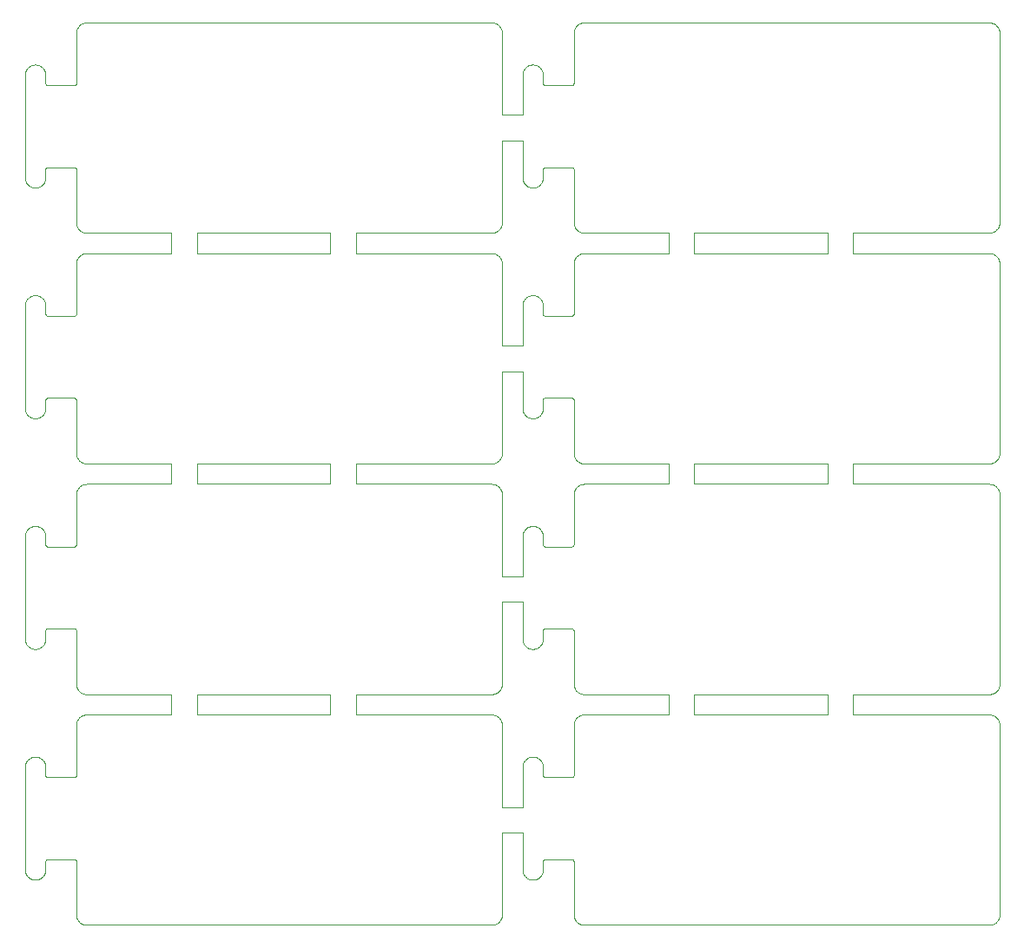
<source format=gm1>
G04 #@! TF.GenerationSoftware,KiCad,Pcbnew,(6.0.0)*
G04 #@! TF.CreationDate,2022-01-04T13:58:26+00:00*
G04 #@! TF.ProjectId,Panelized,50616e65-6c69-47a6-9564-2e6b69636164,rev?*
G04 #@! TF.SameCoordinates,Original*
G04 #@! TF.FileFunction,Profile,NP*
%FSLAX46Y46*%
G04 Gerber Fmt 4.6, Leading zero omitted, Abs format (unit mm)*
G04 Created by KiCad (PCBNEW (6.0.0)) date 2022-01-04 13:58:26*
%MOMM*%
%LPD*%
G01*
G04 APERTURE LIST*
G04 #@! TA.AperFunction,Profile*
%ADD10C,0.100000*%
G04 #@! TD*
G04 APERTURE END LIST*
D10*
X31549984Y-121351000D02*
X31570791Y-121352138D01*
X32548465Y-39769486D02*
X32499062Y-39780952D01*
X27206922Y-55690870D02*
X27249511Y-55716894D01*
X77277671Y-90749528D02*
X77268215Y-90730969D01*
X72549628Y-82705110D02*
X72597666Y-82688691D01*
X75665703Y-78162774D02*
X75706942Y-78190889D01*
X32060315Y-85024528D02*
X32024454Y-85060391D01*
X31570791Y-113347957D02*
X31549976Y-113349047D01*
X41000326Y-84749006D02*
X32750000Y-84749000D01*
X75309386Y-112007662D02*
X75293489Y-112054974D01*
X32749964Y-105251028D02*
X41000326Y-105251022D01*
X75422959Y-122913951D02*
X75452095Y-122954475D01*
X77350510Y-113322386D02*
X77324775Y-113304699D01*
X121571579Y-59821851D02*
X121599516Y-59779462D01*
X27384306Y-123281861D02*
X27431208Y-123298930D01*
X76175230Y-88851826D02*
X76125566Y-88856794D01*
X72300663Y-127749764D02*
X72351234Y-127745914D01*
X121599489Y-85220514D02*
X121571608Y-85178210D01*
X75931228Y-43901108D02*
X75884326Y-43918177D01*
X121144783Y-107330181D02*
X121097686Y-107311366D01*
X75249010Y-89850028D02*
X75249006Y-93750014D01*
X27125857Y-100632626D02*
X27165642Y-100662764D01*
X73099496Y-107720576D02*
X73071588Y-107678229D01*
X73169876Y-62855283D02*
X73148681Y-62809152D01*
X28739813Y-89700862D02*
X28731147Y-89651709D01*
X75422931Y-89286166D02*
X75395853Y-89328093D01*
X80149509Y-76377671D02*
X80175244Y-76395358D01*
X31769485Y-85548504D02*
X31760537Y-85598424D01*
X77418879Y-68346559D02*
X77398505Y-68342228D01*
X73230504Y-126951523D02*
X73239450Y-126901602D01*
X121705110Y-127049686D02*
X121719061Y-127000926D01*
X28878675Y-98864247D02*
X28898485Y-98857810D01*
X76472729Y-100825937D02*
X76521097Y-100813622D01*
X26753962Y-89750386D02*
X26750233Y-89800158D01*
X31748999Y-68149986D02*
X31746539Y-68181140D01*
X77206545Y-112055021D02*
X77190650Y-112007709D01*
X73125198Y-127235857D02*
X73148703Y-127190859D01*
X72690801Y-60148704D02*
X72735755Y-60125224D01*
X72597666Y-107311366D02*
X72549676Y-107294962D01*
X76027242Y-123325944D02*
X76076212Y-123335844D01*
X121190821Y-82648723D02*
X121235775Y-82625243D01*
X28918859Y-113346597D02*
X28888495Y-113339307D01*
X27824769Y-111351845D02*
X27774920Y-111349358D01*
X32097946Y-127509548D02*
X32137251Y-127541599D01*
X76793077Y-123190927D02*
X76834316Y-123162812D01*
X121475545Y-85060391D02*
X121439684Y-85024528D01*
X76374502Y-55843219D02*
X76423856Y-55835778D01*
X26768842Y-89651660D02*
X26760174Y-89700813D01*
X27206880Y-100690881D02*
X27249468Y-100716907D01*
X72644716Y-39830104D02*
X72597618Y-39811292D01*
X80250296Y-104300754D02*
X80254148Y-104351323D01*
X43500326Y-82751007D02*
X56499663Y-82751003D01*
X75978922Y-43886397D02*
X75931228Y-43901108D01*
X77231157Y-44651622D02*
X77220049Y-44602962D01*
X80720495Y-107400568D02*
X80678149Y-107428478D01*
X75422931Y-66786147D02*
X75395853Y-66828074D01*
X121541561Y-104862767D02*
X121571579Y-104821889D01*
X32548465Y-62269505D02*
X32499062Y-62280971D01*
X76793077Y-100690908D02*
X76834316Y-100662793D01*
X76472729Y-88874120D02*
X76423807Y-88864232D01*
X80902333Y-82688691D02*
X80950371Y-82705110D01*
X28250511Y-100716907D02*
X28293099Y-100690881D01*
X32137251Y-62458458D02*
X32097946Y-62490509D01*
X76423856Y-55835778D02*
X76472777Y-55825887D01*
X27576192Y-55835787D02*
X27625546Y-55843225D01*
X80855236Y-127669914D02*
X80902333Y-127688729D01*
X121279481Y-60099497D02*
X121321828Y-60071589D01*
X120951485Y-62269495D02*
X120901564Y-62260549D01*
X75793365Y-66459237D02*
X75749488Y-66483131D01*
X80490509Y-127402091D02*
X80524474Y-127439685D01*
X121190821Y-105148742D02*
X121235775Y-105125262D01*
X80764244Y-62374776D02*
X80720495Y-62400530D01*
X26848131Y-100284368D02*
X26870878Y-100328739D01*
X80249010Y-63250009D02*
X80249000Y-68149987D01*
X75793321Y-100740779D02*
X75838334Y-100762456D01*
X89500336Y-84749006D02*
X81249974Y-84749000D01*
X77378695Y-45835772D02*
X77350510Y-45822329D01*
X73099469Y-104779543D02*
X73125198Y-104735838D01*
X31754123Y-85648784D02*
X31750273Y-85699354D01*
X72735799Y-127625256D02*
X72779504Y-127599527D01*
X77272700Y-53959647D02*
X77289016Y-53933022D01*
X76948926Y-66633410D02*
X76912376Y-66599495D01*
X31630930Y-90831823D02*
X31611484Y-90839288D01*
X81249984Y-82751009D02*
X89500336Y-82751007D01*
X28809276Y-98909315D02*
X28833021Y-98889035D01*
X31742208Y-45701495D02*
X31735771Y-45721305D01*
X76125517Y-111356819D02*
X76076163Y-111364260D01*
X27972757Y-55825887D02*
X28021125Y-55813570D01*
X28750999Y-89850000D02*
X28749744Y-89800108D01*
X32598385Y-127739500D02*
X32648695Y-127745909D01*
X32137291Y-84958446D02*
X32097946Y-84990528D01*
X73009490Y-107598004D02*
X72975490Y-107560373D01*
X32699315Y-39750274D02*
X32648745Y-39754124D01*
X80902333Y-60188672D02*
X80950323Y-60205076D01*
X31851276Y-127190859D02*
X31874756Y-127235813D01*
X75978922Y-66386416D02*
X75931228Y-66401127D01*
X76661685Y-78262437D02*
X76706654Y-78240782D01*
X28757771Y-68201514D02*
X28753440Y-68181140D01*
X32749964Y-60250990D02*
X41000326Y-60250992D01*
X28161665Y-111437620D02*
X28115673Y-111418234D01*
X73249706Y-108199373D02*
X73245851Y-108148753D01*
X28629101Y-66871299D02*
X28604120Y-66828032D01*
X121571608Y-127321866D02*
X121599516Y-127279519D01*
X27576143Y-100835816D02*
X27625497Y-100843257D01*
X80280958Y-40499112D02*
X80269505Y-40548466D01*
X27874433Y-111356813D02*
X27824769Y-111351845D01*
X26848131Y-122784387D02*
X26870902Y-122828801D01*
X121745876Y-104351273D02*
X121749726Y-104300703D01*
X121362748Y-127541599D02*
X121402053Y-127509548D01*
X80330143Y-127144821D02*
X80351296Y-127190859D01*
X28739805Y-112200832D02*
X28731137Y-112151679D01*
X76615739Y-78281805D02*
X76661685Y-78262437D01*
X73230494Y-63048485D02*
X73219041Y-62999131D01*
X77231157Y-112151679D02*
X77220049Y-112103019D01*
X31727299Y-45740334D02*
X31716884Y-45758373D01*
X32750000Y-84749000D02*
X32699314Y-84750312D01*
X75348151Y-66915670D02*
X75327602Y-66961209D01*
X121000888Y-62280958D02*
X120951485Y-62269495D01*
X28753440Y-90681159D02*
X28750990Y-90650015D01*
X77246037Y-89750386D02*
X77239825Y-89700813D01*
X80855236Y-84830162D02*
X80809198Y-84851315D01*
X75268862Y-67151641D02*
X75260194Y-67200794D01*
X104999673Y-62249006D02*
X92000336Y-62249002D01*
X27576192Y-123335844D02*
X27625546Y-123343282D01*
X28334337Y-66537274D02*
X28293057Y-66509130D01*
X27384260Y-100781824D02*
X27431161Y-100798896D01*
X75370922Y-55328744D02*
X75395853Y-55371926D01*
X121362708Y-105041611D02*
X121402053Y-105009529D01*
X31990456Y-40097986D02*
X31958438Y-40137252D01*
X32097946Y-62490509D02*
X32060315Y-62524509D01*
X28731137Y-112151679D02*
X28720029Y-112103019D01*
X76423807Y-88864232D02*
X76374453Y-88856794D01*
X73245856Y-126851292D02*
X73249706Y-126800722D01*
X27249468Y-111483169D02*
X27206880Y-111509195D01*
X77324775Y-53895339D02*
X77341627Y-53883096D01*
X72939627Y-85024493D02*
X72902033Y-84990528D01*
X31731784Y-113230988D02*
X31716884Y-113258430D01*
X26983163Y-77993421D02*
X27016188Y-78030844D01*
X28777651Y-53950491D02*
X28795338Y-53924756D01*
X80428411Y-62678191D02*
X80400503Y-62720538D01*
X31874781Y-107764238D02*
X31851298Y-107809190D01*
X26793469Y-122645121D02*
X26809366Y-122692433D01*
X27923787Y-111364251D02*
X27874433Y-111356813D01*
X72821850Y-39928421D02*
X72779504Y-39900511D01*
X27384260Y-43918195D02*
X27338269Y-43937584D01*
X27431161Y-88901161D02*
X27384260Y-88918233D01*
X27675160Y-111351849D02*
X27625497Y-111356819D01*
X28950013Y-45848999D02*
X28918859Y-45846540D01*
X43500326Y-107249013D02*
X43500326Y-105251021D01*
X27675160Y-43851792D02*
X27625546Y-43856756D01*
X120750010Y-84749029D02*
X107499673Y-84749019D01*
X80111504Y-53860731D02*
X80130950Y-53868196D01*
X26753962Y-54949633D02*
X26760166Y-54999157D01*
X121688691Y-59597667D02*
X121705095Y-59549677D01*
X120901614Y-60239443D02*
X120951534Y-60230495D01*
X81199335Y-127749764D02*
X81250010Y-127751047D01*
X28833021Y-76389016D02*
X28859646Y-76372700D01*
X75309369Y-67007671D02*
X75293474Y-67054983D01*
X28757771Y-121498543D02*
X28768195Y-121469107D01*
X80175244Y-90804680D02*
X80149509Y-90822367D01*
X26848131Y-77784349D02*
X26870878Y-77828720D01*
X27249468Y-123216926D02*
X27293301Y-123240798D01*
X76661730Y-111437641D02*
X76615739Y-111418252D01*
X27338314Y-66437582D02*
X27293345Y-66459237D01*
X75483215Y-89206579D02*
X75452065Y-89245640D01*
X121599489Y-62720495D02*
X121571608Y-62678191D01*
X72939664Y-59975491D02*
X72975525Y-59939628D01*
X75422959Y-77913913D02*
X75452095Y-77954437D01*
X120851304Y-60245852D02*
X120901614Y-60239443D01*
X75452065Y-44245602D02*
X75422931Y-44286128D01*
X77129097Y-122828801D02*
X77151868Y-122784387D01*
X28777651Y-90749528D02*
X28768195Y-90730969D01*
X27675210Y-66351807D02*
X27625546Y-66356775D01*
X80130950Y-90831823D02*
X80111504Y-90839288D01*
X31830123Y-62855236D02*
X31811308Y-62902333D01*
X32097946Y-105009529D02*
X32137291Y-105041611D01*
X76225079Y-66349320D02*
X76175180Y-66351811D01*
X28577040Y-55413894D02*
X28604120Y-55371968D01*
X76274990Y-66349322D02*
X76225079Y-66349320D01*
X27725059Y-66349320D02*
X27675210Y-66351807D01*
X89500336Y-62249002D02*
X81249974Y-62249000D01*
X104999673Y-107249028D02*
X92000336Y-107249013D01*
X28604120Y-111828070D02*
X28577040Y-111786144D01*
X28859646Y-68327319D02*
X28833021Y-68311003D01*
X27972709Y-123325956D02*
X28021077Y-123313641D01*
X43500326Y-62249002D02*
X43500326Y-60250993D01*
X121648701Y-82190867D02*
X121669896Y-82144736D01*
X80260549Y-40598436D02*
X80254143Y-40648746D01*
X121749726Y-81800684D02*
X121751009Y-81750009D01*
X26952045Y-111745659D02*
X26922939Y-111786144D01*
X32598435Y-60239451D02*
X32648745Y-60245857D01*
X28720029Y-55097019D02*
X28731137Y-55048359D01*
X26809349Y-44507652D02*
X26793454Y-44554964D01*
X80149509Y-121377709D02*
X80175244Y-121395396D01*
X75483215Y-111706598D02*
X75452065Y-111745659D01*
X75293489Y-112054974D02*
X75279957Y-112103068D01*
X27016188Y-100530863D02*
X27051037Y-100566594D01*
X28516816Y-100493440D02*
X28547934Y-100454417D01*
X80269505Y-126951572D02*
X80280958Y-127000926D01*
X121730514Y-59451515D02*
X121739462Y-59401595D01*
X27625546Y-66356775D02*
X27576192Y-66364213D01*
X77268215Y-98969088D02*
X77277671Y-98950529D01*
X80294909Y-40450352D02*
X80280958Y-40499112D01*
X28516784Y-89206579D02*
X28483757Y-89169158D01*
X80130950Y-121368253D02*
X80149509Y-121377709D01*
X77408635Y-53855340D02*
X77429208Y-53852081D01*
X27625497Y-78343238D02*
X27675160Y-78348208D01*
X121541561Y-127362786D02*
X121571608Y-127321866D01*
X81199284Y-62250296D02*
X81148715Y-62254148D01*
X80720495Y-62400530D02*
X80678191Y-62428411D01*
X76521097Y-100813622D02*
X76568838Y-100798896D01*
X73009523Y-104902033D02*
X73041572Y-104862727D01*
X80294924Y-107950361D02*
X80280971Y-107999120D01*
X26753966Y-44750298D02*
X26750235Y-44800070D01*
X28878675Y-53864209D02*
X28898485Y-53857772D01*
X43500326Y-105251021D02*
X56499663Y-105251011D01*
X104999673Y-84749017D02*
X92000336Y-84749007D01*
X32355216Y-60169857D02*
X32402313Y-60188672D01*
X32309178Y-127648761D02*
X32355216Y-127669914D01*
X72500868Y-82719061D02*
X72549628Y-82705110D01*
X121571579Y-40178130D02*
X121541561Y-40137252D01*
X121625218Y-62764200D02*
X121599489Y-62720495D01*
X80216904Y-90758411D02*
X80204661Y-90775263D01*
X80330123Y-85355302D02*
X80311311Y-85402400D01*
X31900510Y-62720495D02*
X31874781Y-62764200D01*
X77239825Y-99999244D02*
X77246033Y-99949721D01*
X121049696Y-82705095D02*
X121097686Y-82688691D01*
X77264228Y-53978676D02*
X77272700Y-53959647D01*
X80764244Y-60125224D02*
X80809198Y-60148704D01*
X28374122Y-100632626D02*
X28412356Y-100600543D01*
X121362708Y-82541592D02*
X121402053Y-82509510D01*
X31900510Y-85220514D02*
X31874781Y-85264219D01*
X32648745Y-62254143D02*
X32598435Y-62260549D01*
X28739813Y-77499176D02*
X28746017Y-77449652D01*
X80250296Y-85699303D02*
X80249010Y-85750028D01*
X80249000Y-126749999D02*
X80250293Y-126800722D01*
X75793365Y-43959218D02*
X75749488Y-43983112D01*
X28929188Y-90847938D02*
X28908615Y-90844679D01*
X28833021Y-68311003D02*
X28816833Y-68297895D01*
X28250511Y-123216926D02*
X28293099Y-123190900D01*
X73188671Y-104597705D02*
X73205075Y-104549715D01*
X77277671Y-68249509D02*
X77268215Y-68230950D01*
X72597666Y-60188672D02*
X72644763Y-60169857D01*
X121402053Y-60009491D02*
X121439684Y-59975491D01*
X73071588Y-127321866D02*
X73099469Y-127279562D01*
X41000326Y-82751007D02*
X41000326Y-84749006D01*
X75483183Y-55493402D02*
X75516208Y-55530825D01*
X76793077Y-78190889D02*
X76834316Y-78162774D01*
X26922939Y-55413894D02*
X26952045Y-55454379D01*
X80597966Y-60009491D02*
X80637271Y-60041542D01*
X121402053Y-127509548D02*
X121439647Y-127475583D01*
X28604120Y-44328013D02*
X28577040Y-44286087D01*
X32264180Y-107374839D02*
X32220475Y-107400568D01*
X80400530Y-40220476D02*
X80374801Y-40264181D01*
X80374776Y-62764244D02*
X80351296Y-62809198D01*
X77047954Y-100454417D02*
X77077088Y-100413891D01*
X80130950Y-113331842D02*
X80111504Y-113339307D01*
X27972709Y-88874120D02*
X27923836Y-88864241D01*
X77249764Y-77399930D02*
X77251009Y-77350034D01*
X28795338Y-113275282D02*
X28783095Y-113258430D01*
X73148703Y-107809236D02*
X73125223Y-107764282D01*
X77190650Y-112007709D02*
X77172417Y-111961247D01*
X73169876Y-85355302D02*
X73148681Y-85309171D01*
X72939627Y-107524512D02*
X72901994Y-107490514D01*
X80249009Y-54050004D02*
X80249000Y-59249999D01*
X75483183Y-66706598D02*
X75452065Y-66745621D01*
X80294909Y-62950371D02*
X80280958Y-62999131D01*
X31958438Y-59862729D02*
X31990489Y-59902034D01*
X75587643Y-111599533D02*
X75551057Y-111633482D01*
X80254143Y-59351235D02*
X80260557Y-59401595D01*
X28651848Y-89415689D02*
X28629077Y-89371275D01*
X77316853Y-68297895D02*
X77295358Y-68275244D01*
X75268852Y-100048348D02*
X75279957Y-100097008D01*
X73041541Y-59862729D02*
X73071559Y-59821851D01*
X75327602Y-122738848D02*
X75348129Y-122784343D01*
X28547904Y-122954475D02*
X28577040Y-122913951D01*
X73245851Y-108148753D02*
X73239442Y-108098443D01*
X28516816Y-44206579D02*
X28483757Y-44169120D01*
X80637311Y-62458427D02*
X80598005Y-62490476D01*
X32137291Y-82541592D02*
X32178171Y-82571608D01*
X76374453Y-66356775D02*
X76324839Y-66351811D01*
X28706510Y-77645083D02*
X28720029Y-77597038D01*
X28746017Y-54949633D02*
X28749746Y-54899861D01*
X121739462Y-108098443D02*
X121730524Y-108048572D01*
X80190723Y-68290723D02*
X80175244Y-68304661D01*
X75749488Y-111483169D02*
X75706900Y-111509195D01*
X72549628Y-39794890D02*
X72500868Y-39780939D01*
X31874756Y-127235813D02*
X31900483Y-127279519D01*
X120951485Y-39769476D02*
X120901564Y-39760530D01*
X77206545Y-77645036D02*
X77220049Y-77597038D01*
X80764244Y-39874757D02*
X80720495Y-39900511D01*
X77172417Y-77738810D02*
X77190650Y-77692348D01*
X77239825Y-77499225D02*
X77246033Y-77449702D01*
X80855236Y-82669876D02*
X80902333Y-82688691D01*
X26768842Y-100048397D02*
X26779950Y-100097057D01*
X72975490Y-107560373D02*
X72939627Y-107524512D01*
X81148765Y-39754124D02*
X81098455Y-39760530D01*
X32499062Y-62280971D02*
X32450351Y-62294909D01*
X28412356Y-66599495D02*
X28374122Y-66567412D01*
X73230504Y-104451504D02*
X73239442Y-104401633D01*
X80598005Y-39990457D02*
X80560372Y-40024455D01*
X27774920Y-111349358D02*
X27725009Y-111349360D01*
X121000937Y-60219029D02*
X121049696Y-60205076D01*
X80260557Y-104401633D02*
X80269505Y-104451553D01*
X32355216Y-39830124D02*
X32309178Y-39851277D01*
X73250989Y-81750010D02*
X73250994Y-73750004D01*
X28777651Y-45749490D02*
X28768195Y-45730931D01*
X73205090Y-85450390D02*
X73188688Y-85402400D01*
X28334337Y-100662764D02*
X28374122Y-100632626D01*
X27087623Y-78100524D02*
X27125857Y-78132607D01*
X80330143Y-59644764D02*
X80351318Y-59690848D01*
X31666958Y-98889035D02*
X31690703Y-98909315D01*
X27527270Y-123325956D02*
X27576192Y-123335844D01*
X32024454Y-104939666D02*
X32060315Y-104975529D01*
X77333041Y-45810984D02*
X77316853Y-45797876D01*
X81249999Y-39749000D02*
X81199335Y-39750274D01*
X72779504Y-127599527D02*
X72821850Y-127571617D01*
X76175180Y-123348246D02*
X76225029Y-123350735D01*
X77268215Y-76469069D02*
X77277671Y-76450510D01*
X31874781Y-59735800D02*
X31900483Y-59779462D01*
X31716884Y-113258430D02*
X31697875Y-113283204D01*
X80950371Y-62294909D02*
X80902381Y-62311311D01*
X26895859Y-55371968D02*
X26922939Y-55413894D01*
X72401544Y-39760530D02*
X72351234Y-39754124D01*
X28021077Y-111386454D02*
X27972709Y-111374139D01*
X27725009Y-100850716D02*
X27774970Y-100850716D01*
X77295358Y-68275244D02*
X77277671Y-68249509D01*
X72351234Y-60245857D02*
X72401594Y-60239443D01*
X31591364Y-68344660D02*
X31570791Y-68347919D01*
X121688691Y-104597705D02*
X121705095Y-104549715D01*
X76615739Y-123281843D02*
X76661685Y-123262475D01*
X77450023Y-98851028D02*
X80049985Y-98851000D01*
X27206880Y-111509195D02*
X27165642Y-111537312D01*
X120750000Y-82751000D02*
X120800684Y-82749726D01*
X28334337Y-78162745D02*
X28374122Y-78132607D01*
X27478854Y-78313589D02*
X27527222Y-78325906D01*
X77151868Y-44415651D02*
X77129097Y-44371237D01*
X72351284Y-105245890D02*
X72401594Y-105239481D01*
X73245851Y-63148715D02*
X73239442Y-63098405D01*
X72735755Y-60125224D02*
X72779504Y-60099470D01*
X32024454Y-40060353D02*
X31990456Y-40097986D01*
X121402053Y-62490509D02*
X121362708Y-62458427D01*
X72549628Y-60205091D02*
X72597666Y-60188672D01*
X76423856Y-100835816D02*
X76472729Y-100825937D01*
X31675224Y-113304699D02*
X31658372Y-113316942D01*
X76175230Y-55848193D02*
X76225079Y-55850680D01*
X107499673Y-84749019D02*
X107499673Y-82751003D01*
X32178171Y-84928430D02*
X32137291Y-84958446D01*
X73188688Y-85402400D02*
X73169876Y-85355302D01*
X28833021Y-98889035D02*
X28859646Y-98872719D01*
X73041572Y-127362746D02*
X73071588Y-127321866D01*
X32598385Y-39760538D02*
X32548465Y-39769486D01*
X121599516Y-107720576D02*
X121571608Y-107678229D01*
X26827582Y-122738848D02*
X26848131Y-122784387D01*
X26848109Y-44415695D02*
X26827582Y-44461190D01*
X75706900Y-111509195D02*
X75665703Y-111537283D01*
X77408635Y-113344698D02*
X77388515Y-113339307D01*
X32060352Y-59975526D02*
X32097985Y-60009524D01*
X32499062Y-39780952D02*
X32450351Y-39794890D01*
X28859646Y-113327357D02*
X28841607Y-113316942D01*
X121541561Y-40137252D02*
X121509510Y-40097947D01*
X31690703Y-121409334D02*
X31704641Y-121424813D01*
X73245851Y-59351285D02*
X73249703Y-59300716D01*
X76374453Y-78343244D02*
X76423856Y-78335797D01*
X31690703Y-45790704D02*
X31675224Y-45804642D01*
X77220049Y-89603000D02*
X77206545Y-89555002D01*
X77249764Y-89800108D02*
X77246037Y-89750386D01*
X80216904Y-53941608D02*
X80227319Y-53959647D01*
X77249764Y-99899949D02*
X77251009Y-99850053D01*
X27923836Y-66364222D02*
X27874482Y-66356781D01*
X72862728Y-39958439D02*
X72821850Y-39928421D01*
X31611484Y-90839288D02*
X31591364Y-90844679D01*
X27338269Y-43937584D02*
X27293301Y-43959240D01*
X27016222Y-89169158D02*
X26983195Y-89206579D01*
X72300715Y-105249742D02*
X72351284Y-105245890D01*
X72862688Y-107458465D02*
X72821808Y-107428449D01*
X121739462Y-81901614D02*
X121745876Y-81851254D01*
X31640333Y-76372700D02*
X31666958Y-76389016D01*
X80190723Y-76409296D02*
X80204661Y-76424775D01*
X80294909Y-59549629D02*
X80311311Y-59597619D01*
X73205075Y-40450304D02*
X73188671Y-40402314D01*
X28412356Y-55600505D02*
X28448906Y-55566590D01*
X72597618Y-62311311D02*
X72549628Y-62294909D01*
X80855236Y-62330143D02*
X80809198Y-62351296D01*
X77172417Y-89461228D02*
X77151868Y-89415689D01*
X77220049Y-67102981D02*
X77206545Y-67054983D01*
X121648723Y-40309179D02*
X121625243Y-40264225D01*
X80254148Y-63148715D02*
X80250296Y-63199284D01*
X121144783Y-82669876D02*
X121190821Y-82648723D01*
X77252100Y-68170811D02*
X77251009Y-68149996D01*
X81199284Y-84750315D02*
X81148715Y-84754167D01*
X75309369Y-44507652D02*
X75293474Y-44554964D01*
X121321828Y-107428449D02*
X121279524Y-107400568D01*
X32137251Y-39958439D02*
X32097985Y-39990457D01*
X104999673Y-82751003D02*
X104999673Y-84749017D01*
X31750273Y-104300703D02*
X31754123Y-104351273D01*
X121049648Y-84794928D02*
X121000937Y-84780990D01*
X121599489Y-40220476D02*
X121571579Y-40178130D01*
X32499111Y-127719099D02*
X32548465Y-127730552D01*
X75931181Y-55798858D02*
X75978874Y-55813570D01*
X121669896Y-82144736D02*
X121688691Y-82097686D01*
X73071588Y-62678191D02*
X73041572Y-62637311D01*
X58999663Y-60250996D02*
X72249999Y-60251000D01*
X76027290Y-55825899D02*
X76076163Y-55835778D01*
X32499111Y-84780977D02*
X32450351Y-84794928D01*
X121097638Y-62311311D02*
X121049696Y-62294924D01*
X31727299Y-53959647D02*
X31739249Y-53988496D01*
X27774970Y-78350697D02*
X27824819Y-78348208D01*
X121235775Y-127625281D02*
X121279524Y-127599527D01*
X26809366Y-100192414D02*
X26827602Y-100238875D01*
X31611484Y-53860731D02*
X31640333Y-53872681D01*
X73148681Y-62809152D02*
X73125198Y-62764200D01*
X28206678Y-78240760D02*
X28250511Y-78216888D01*
X28816833Y-90797914D02*
X28802104Y-90783185D01*
X72690801Y-84851315D02*
X72644716Y-84830142D01*
X120851254Y-62254143D02*
X120800735Y-62250296D01*
X80231804Y-76469069D02*
X80242228Y-76498505D01*
X32499111Y-107280996D02*
X32450351Y-107294947D01*
X77268215Y-121469107D02*
X77277671Y-121450548D01*
X80458458Y-127362786D02*
X80490509Y-127402091D01*
X76912376Y-44099476D02*
X76874142Y-44067393D01*
X80269505Y-104451553D02*
X80280958Y-104500907D01*
X80311328Y-127097724D02*
X80330143Y-127144821D01*
X31754123Y-63148765D02*
X31750273Y-63199335D01*
X76175180Y-111351849D02*
X76125517Y-111356819D01*
X76568838Y-88901161D02*
X76521097Y-88886435D01*
X121235775Y-84874795D02*
X121190821Y-84851315D01*
X27016188Y-78030844D02*
X27051037Y-78066575D01*
X28749746Y-112300176D02*
X28746013Y-112250355D01*
X77129097Y-44371237D02*
X77104166Y-44328055D01*
X26895859Y-44328013D02*
X26870902Y-44371237D01*
X76521097Y-43886397D02*
X76472729Y-43874082D01*
X77016836Y-55493402D02*
X77047924Y-55454418D01*
X76274940Y-55850680D02*
X76324839Y-55848189D01*
X28888495Y-113339307D02*
X28859646Y-113327357D01*
X77277671Y-45749490D02*
X77268215Y-45730931D01*
X81148765Y-107254181D02*
X81098455Y-107260587D01*
X77231157Y-122548416D02*
X77239825Y-122499263D01*
X80720538Y-60099497D02*
X80764244Y-60125224D01*
X28841607Y-121383153D02*
X28859646Y-121372738D01*
X80175244Y-53895339D02*
X80190723Y-53909277D01*
X73250994Y-51249995D02*
X75249003Y-51249995D01*
X28888495Y-121360788D02*
X28918859Y-121353498D01*
X28161710Y-55762397D02*
X28206678Y-55740741D01*
X27125857Y-78132607D02*
X27165642Y-78162745D01*
X28809276Y-76409296D02*
X28833021Y-76389016D01*
X26922939Y-122913951D02*
X26952075Y-122954475D01*
X26750235Y-99899949D02*
X26753966Y-99949721D01*
X120851254Y-39754124D02*
X120800735Y-39750277D01*
X76027290Y-111374139D02*
X75978922Y-111386454D01*
X120851304Y-84754167D02*
X120800684Y-84750312D01*
X77252100Y-99029227D02*
X77257791Y-98998524D01*
X77418879Y-121353498D02*
X77450023Y-121351047D01*
X28816833Y-45797876D02*
X28795338Y-45775225D01*
X75587643Y-123100562D02*
X75625916Y-123132676D01*
X73230494Y-108048523D02*
X73219028Y-107999120D01*
X32137291Y-107458465D02*
X32097946Y-107490547D01*
X72351234Y-127745914D02*
X72401544Y-127739508D01*
X73041572Y-107637349D02*
X73009490Y-107598004D01*
X81098405Y-105239481D02*
X81148765Y-105245895D01*
X58999663Y-84749019D02*
X58999663Y-82751003D01*
X77429208Y-45847900D02*
X77408635Y-45844641D01*
X120901564Y-62260549D02*
X120851254Y-62254143D01*
X28731137Y-122548416D02*
X28739805Y-122499263D01*
X76834316Y-89037264D02*
X76793077Y-89009149D01*
X92000336Y-107249013D02*
X92000336Y-105251021D01*
X77295358Y-45775225D02*
X77277671Y-45749490D01*
X77104166Y-89328093D02*
X77077088Y-89286166D01*
X28788996Y-90766997D02*
X28777651Y-90749528D01*
X77246037Y-112250405D02*
X77239825Y-112200832D01*
X80204661Y-113275282D02*
X80190723Y-113290761D01*
X72300715Y-82749723D02*
X72351284Y-82745871D01*
X80374776Y-82235775D02*
X80400503Y-82279481D01*
X120851304Y-127745909D02*
X120901614Y-127739500D01*
X80149509Y-45822329D02*
X80130950Y-45831785D01*
X80269505Y-85548504D02*
X80260557Y-85598424D01*
X28161710Y-88937622D02*
X28115719Y-88918233D01*
X76615739Y-100781824D02*
X76661685Y-100762456D01*
X28412356Y-44099476D02*
X28374122Y-44067393D01*
X76324839Y-88851830D02*
X76274990Y-88849341D01*
X75249010Y-44849990D02*
X75249006Y-48749995D01*
X32097946Y-84990528D02*
X32060315Y-85024528D01*
X80249009Y-121550061D02*
X80249000Y-126749999D01*
X72597666Y-82688691D02*
X72644763Y-82669876D01*
X77398505Y-98857810D02*
X77418879Y-98853479D01*
X80175244Y-121395396D02*
X80190723Y-121409334D01*
X28950003Y-76351009D02*
X31549986Y-76351000D01*
X31710983Y-76433041D02*
X31727299Y-76459666D01*
X76615739Y-43918195D02*
X76568838Y-43901123D01*
X75516242Y-89169158D02*
X75483215Y-89206579D01*
X75250255Y-77399930D02*
X75253986Y-77449702D01*
X73249703Y-104300754D02*
X73250989Y-104250029D01*
X75268852Y-112151728D02*
X75260194Y-112200832D01*
X76274940Y-111349358D02*
X76225029Y-111349360D01*
X80902381Y-62311311D02*
X80855236Y-62330143D01*
X28021077Y-43886397D02*
X27972709Y-43874082D01*
X77257791Y-90701533D02*
X77252100Y-90670830D01*
X80204661Y-53924756D02*
X80216904Y-53941608D01*
X28577040Y-89286125D02*
X28547934Y-89245640D01*
X31750273Y-81800684D02*
X31754123Y-81851254D01*
X27923787Y-123335844D02*
X27972709Y-123325956D01*
X76874142Y-44067393D02*
X76834316Y-44037226D01*
X75452095Y-77954437D02*
X75483215Y-77993459D01*
X80246559Y-113181178D02*
X80239269Y-113211542D01*
X80247919Y-121529246D02*
X80249009Y-121550061D01*
X31780951Y-82000937D02*
X31794904Y-82049696D01*
X31749000Y-59250000D02*
X31750273Y-59300665D01*
X75838334Y-43937563D02*
X75793365Y-43959218D01*
X28161710Y-78262416D02*
X28206678Y-78240760D01*
X31704641Y-68275244D02*
X31690703Y-68290723D01*
X80428411Y-40178172D02*
X80400530Y-40220476D01*
X32402313Y-127688729D02*
X32450351Y-127705148D01*
X121749723Y-108199322D02*
X121745871Y-108148753D01*
X28250511Y-88983150D02*
X28206678Y-88959278D01*
X28483757Y-55530861D02*
X28516816Y-55493402D01*
X81098455Y-107260587D02*
X81048485Y-107269543D01*
X28672397Y-77738810D02*
X28690613Y-77692395D01*
X121745876Y-81851254D02*
X121749726Y-81800684D01*
X73071588Y-107678229D02*
X73041572Y-107637349D01*
X28749744Y-89800108D02*
X28746013Y-89750336D01*
X31611484Y-76360750D02*
X31640333Y-76372700D01*
X80902333Y-105188710D02*
X80950323Y-105205114D01*
X26760174Y-89700813D02*
X26753962Y-89750386D01*
X81048485Y-107269543D02*
X80999082Y-107281009D01*
X32598385Y-105239481D02*
X32648745Y-105245895D01*
X73249703Y-81800735D02*
X73250989Y-81750010D01*
X77206545Y-67054983D02*
X77190650Y-67007671D01*
X76912376Y-100600543D02*
X76948926Y-100566628D01*
X72401594Y-62260557D02*
X72351284Y-62254148D01*
X72250015Y-107249048D02*
X58999663Y-107249031D01*
X73169856Y-59644764D02*
X73188671Y-59597667D01*
X121402053Y-84990528D02*
X121362708Y-84958446D01*
X92000336Y-84749007D02*
X92000336Y-82751007D01*
X32137251Y-127541599D02*
X32178171Y-127571646D01*
X77418879Y-98853479D02*
X77450023Y-98851028D01*
X28783095Y-98941646D02*
X28795338Y-98924794D01*
X120800684Y-107250331D02*
X120750010Y-107249048D01*
X31640333Y-53872681D02*
X31666958Y-53888997D01*
X77324775Y-113304699D02*
X77302124Y-113283204D01*
X75327602Y-77738810D02*
X75348129Y-77784305D01*
X75327602Y-89461228D02*
X75309369Y-89507690D01*
X72351284Y-62254148D02*
X72300715Y-62250296D01*
X26749000Y-99850024D02*
X26750235Y-99899949D01*
X75268862Y-44651622D02*
X75260194Y-44700775D01*
X121362748Y-39958439D02*
X121321870Y-39928421D01*
X121439684Y-85024528D02*
X121402053Y-84990528D01*
X31760537Y-126901652D02*
X31769485Y-126951572D01*
X76423807Y-43864194D02*
X76374453Y-43856756D01*
X80216904Y-121441665D02*
X80231804Y-121469107D01*
X77251000Y-54050013D02*
X77252100Y-54029189D01*
X121719048Y-62999082D02*
X121705095Y-62950323D01*
X121669876Y-85355255D02*
X121648723Y-85309217D01*
X28068818Y-66401142D02*
X28021125Y-66386430D01*
X75978874Y-123313627D02*
X76027242Y-123325944D01*
X72351234Y-39754124D02*
X72300715Y-39750277D01*
X80351296Y-104690840D02*
X80374776Y-104735794D01*
X121730514Y-85548504D02*
X121719061Y-85499150D01*
X26870878Y-77828720D02*
X26895833Y-77871945D01*
X121439684Y-82475510D02*
X121475545Y-82439647D01*
X27874433Y-43856756D02*
X27824769Y-43851788D01*
X31754123Y-108148803D02*
X31750273Y-108199373D01*
X80060424Y-45848717D02*
X77450013Y-45848999D01*
X31549987Y-53851000D02*
X31581120Y-53853441D01*
X77255359Y-113191422D02*
X77252100Y-113170849D01*
X80280971Y-107999120D02*
X80269505Y-108048523D01*
X75665662Y-55662726D02*
X75706942Y-55690870D01*
X77251009Y-90650015D02*
X77250999Y-89849975D01*
X31900510Y-40220476D02*
X31874756Y-40264225D01*
X80216904Y-45758373D02*
X80197895Y-45783147D01*
X80902381Y-84811330D02*
X80855236Y-84830162D01*
X26983163Y-100493440D02*
X27016188Y-100530863D01*
X73148681Y-59690848D02*
X73169856Y-59644764D01*
X75793321Y-55740741D02*
X75838289Y-55762397D01*
X80524474Y-107560410D02*
X80490476Y-107598043D01*
X32402361Y-107311349D02*
X32355263Y-107330161D01*
X28783095Y-76441627D02*
X28795338Y-76424775D01*
X27972709Y-111374139D02*
X27923787Y-111364251D01*
X31794904Y-127049734D02*
X31811308Y-127097724D01*
X121571579Y-104821889D02*
X121599516Y-104779500D01*
X28293099Y-44009138D02*
X28250511Y-43983112D01*
X77151868Y-77784349D02*
X77172417Y-77738810D01*
X77172417Y-111961247D02*
X77151868Y-111915708D01*
X120750010Y-62249010D02*
X107499673Y-62249006D01*
X75249003Y-96250014D02*
X75249000Y-99849999D01*
X121509510Y-85097985D02*
X121475545Y-85060391D01*
X28516784Y-111706598D02*
X28483757Y-111669177D01*
X26779950Y-77597038D02*
X26793469Y-77645083D01*
X72401594Y-60239443D02*
X72451465Y-60230505D01*
X80490509Y-104902072D02*
X80524509Y-104939703D01*
X77350510Y-90822367D02*
X77333041Y-90811022D01*
X72690801Y-105148742D02*
X72735755Y-105125262D01*
X80637311Y-84958446D02*
X80598005Y-84990495D01*
X80247919Y-68170811D02*
X80242228Y-68201514D01*
X32309132Y-62351318D02*
X32264224Y-62374776D01*
X76834357Y-111537312D02*
X76793077Y-111509168D01*
X26870878Y-100328739D02*
X26895833Y-100371964D01*
X77047954Y-111745659D02*
X77016836Y-111706636D01*
X73230504Y-59451466D02*
X73239442Y-59401595D01*
X28115719Y-43918195D02*
X28068818Y-43901123D01*
X120851254Y-105245895D02*
X120901564Y-105239489D01*
X77129097Y-66871256D02*
X77104166Y-66828074D01*
X77388515Y-113339307D02*
X77369069Y-113331842D01*
X27972757Y-66374113D02*
X27923836Y-66364222D01*
X76874142Y-100632626D02*
X76912376Y-100600543D01*
X72735755Y-82625243D02*
X72779504Y-82599489D01*
X28374122Y-55632588D02*
X28412356Y-55600505D01*
X76793077Y-66509130D02*
X76750488Y-66483106D01*
X77016804Y-89206579D02*
X76983777Y-89169158D01*
X72549676Y-127705133D02*
X72597666Y-127688729D01*
X28768195Y-76469069D02*
X28783095Y-76441627D01*
X121571608Y-62678191D02*
X121541561Y-62637271D01*
X27478902Y-66386416D02*
X27431208Y-66401127D01*
X28749746Y-67300138D02*
X28746017Y-67250367D01*
X77129097Y-89371275D02*
X77104166Y-89328093D01*
X75625916Y-123132676D02*
X75665703Y-123162812D01*
X73239442Y-59401595D02*
X73245851Y-59351285D01*
X28731137Y-77548378D02*
X28739813Y-77499176D01*
X28651870Y-55284286D02*
X28672377Y-55238837D01*
X31716884Y-45758373D02*
X31704641Y-45775225D01*
X81250010Y-127751047D02*
X120750000Y-127751000D01*
X28706525Y-55145017D02*
X28720029Y-55097019D01*
X80130950Y-76368215D02*
X80149509Y-76377671D01*
X73250994Y-96250014D02*
X75249003Y-96250014D01*
X80428411Y-104821847D02*
X80458427Y-104862727D01*
X76076212Y-123335844D02*
X76125566Y-123343282D01*
X28334337Y-55662726D02*
X28374122Y-55632588D01*
X75587643Y-55600505D02*
X75625877Y-55632588D01*
X120951534Y-82730514D02*
X121000937Y-82719048D01*
X92000336Y-105251021D02*
X104999673Y-105251011D01*
X31760537Y-40598386D02*
X31754123Y-40648746D01*
X31549985Y-98851000D02*
X31581120Y-98853479D01*
X80250296Y-63199284D02*
X80249010Y-63250009D01*
X28068771Y-88901146D02*
X28021077Y-88886435D01*
X27576143Y-88864241D02*
X27527222Y-88874132D01*
X75587681Y-66599462D02*
X75551093Y-66633410D01*
X121669896Y-59644717D02*
X121688691Y-59597667D01*
X81098405Y-84760576D02*
X81048534Y-84769514D01*
X32097985Y-60009524D02*
X32137291Y-60041573D01*
X32220518Y-62400503D02*
X32178129Y-62428440D01*
X27431208Y-66401127D02*
X27384306Y-66418196D01*
X31621304Y-121364266D02*
X31649489Y-121377709D01*
X80400503Y-104779500D02*
X80428411Y-104821847D01*
X77302124Y-53916834D02*
X77324775Y-53895339D01*
X80764200Y-82625218D02*
X80809198Y-82648723D01*
X32648695Y-127745909D02*
X32699264Y-127749761D01*
X31958438Y-85137290D02*
X31928420Y-85178168D01*
X77047924Y-55454418D02*
X77077060Y-55413894D01*
X32598435Y-107260587D02*
X32548465Y-107269543D01*
X32178129Y-62428440D02*
X32137251Y-62458458D01*
X81148715Y-62254148D02*
X81098455Y-62260549D01*
X80428411Y-82321828D02*
X80458427Y-82362708D01*
X73188688Y-62902381D02*
X73169876Y-62855283D01*
X27431161Y-100798896D02*
X27478854Y-100813608D01*
X28777651Y-68249509D02*
X28768195Y-68230950D01*
X81148765Y-60245857D02*
X81199284Y-60249704D01*
X31851298Y-59690848D02*
X31874781Y-59735800D01*
X28720042Y-89603049D02*
X28706510Y-89554955D01*
X76983811Y-55530825D02*
X77016836Y-55493402D01*
X72300664Y-60249707D02*
X72351234Y-60245857D01*
X75327602Y-55238791D02*
X75348129Y-55284286D01*
X28577040Y-66786106D02*
X28547904Y-66745582D01*
X72500868Y-84780977D02*
X72451514Y-84769524D01*
X77172417Y-55238791D02*
X77190633Y-55192376D01*
X28918859Y-76353460D02*
X28950003Y-76351009D01*
X80764244Y-84874795D02*
X80720495Y-84900549D01*
X73041572Y-82362708D02*
X73071588Y-82321828D01*
X81148765Y-105245895D02*
X81199284Y-105249742D01*
X80049987Y-53851000D02*
X80070811Y-53852081D01*
X89500336Y-107249010D02*
X81249973Y-107249000D01*
X80247919Y-76529208D02*
X80249009Y-76550023D01*
X81249984Y-60250990D02*
X89500336Y-60250992D01*
X75749488Y-43983112D02*
X75706900Y-44009138D01*
X28374083Y-89067400D02*
X28334296Y-89037264D01*
X31746539Y-76518879D02*
X31748990Y-76550023D01*
X28629101Y-77828720D02*
X28651848Y-77784349D01*
X80242228Y-68201514D02*
X80231804Y-68230950D01*
X121279524Y-84900549D02*
X121235775Y-84874795D01*
X75253986Y-67250317D02*
X75250255Y-67300089D01*
X80254143Y-108148803D02*
X80250293Y-108199373D01*
X121321870Y-39928421D02*
X121279481Y-39900484D01*
X27625546Y-88856794D02*
X27576143Y-88864241D01*
X27206880Y-123190900D02*
X27249468Y-123216926D01*
X77251000Y-76550013D02*
X77252100Y-76529208D01*
X121739462Y-59401595D02*
X121745876Y-59351235D01*
X73169856Y-127144821D02*
X73188671Y-127097724D01*
X80269505Y-40548466D02*
X80260549Y-40598436D01*
X31769485Y-40548466D02*
X31760537Y-40598386D01*
X77450023Y-53850991D02*
X80049987Y-53851000D01*
X27923836Y-55835778D02*
X27972757Y-55825887D01*
X80231804Y-121469107D02*
X80242228Y-121498543D01*
X77077088Y-89286166D02*
X77047954Y-89245640D01*
X77252100Y-90670830D02*
X77251009Y-90650015D01*
X28629101Y-122828758D02*
X28651848Y-122784387D01*
X27051073Y-89133429D02*
X27016222Y-89169158D01*
X31851298Y-62809152D02*
X31830123Y-62855236D01*
X76706654Y-78240782D02*
X76750488Y-78216913D01*
X80374801Y-59735800D02*
X80400530Y-59779505D01*
X31621304Y-68335791D02*
X31591364Y-68344660D01*
X121097686Y-60188672D02*
X121144783Y-60169857D01*
X121745871Y-108148753D02*
X121739462Y-108098443D01*
X76793077Y-44009111D02*
X76750488Y-43983087D01*
X26922939Y-44286087D02*
X26895859Y-44328013D01*
X104999673Y-105251011D02*
X104999673Y-107249028D01*
X31928391Y-127321866D02*
X31958438Y-127362786D01*
X121235775Y-105125262D02*
X121279481Y-105099535D01*
X80149509Y-68322348D02*
X80130950Y-68331804D01*
X121688691Y-85402352D02*
X121669876Y-85355255D01*
X75250255Y-99899949D02*
X75253986Y-99949721D01*
X81048485Y-82730514D02*
X81098405Y-82739462D01*
X27824819Y-78348208D02*
X27874482Y-78343238D01*
X27774970Y-55850678D02*
X27824819Y-55848189D01*
X73230494Y-40548466D02*
X73219028Y-40499063D01*
X26827602Y-66961163D02*
X26809366Y-67007624D01*
X80130950Y-45831785D02*
X80101514Y-45842209D01*
X75260194Y-99999244D02*
X75268852Y-100048348D01*
X76274940Y-123350737D02*
X76324789Y-123348250D01*
X76225029Y-100850716D02*
X76274940Y-100850718D01*
X26870902Y-66871256D02*
X26848131Y-66915670D01*
X76948926Y-111633448D02*
X76912376Y-111599533D01*
X73249706Y-126800722D02*
X73250989Y-126750048D01*
X80678191Y-62428411D02*
X80637311Y-62458427D01*
X80764244Y-105125262D02*
X80809198Y-105148742D01*
X27293301Y-88959278D02*
X27249468Y-88983150D01*
X75260194Y-112200832D02*
X75253986Y-112250355D01*
X121049696Y-105205114D02*
X121097686Y-105188710D01*
X77151868Y-111915708D02*
X77129097Y-111871294D01*
X76874142Y-111567450D02*
X76834357Y-111537312D01*
X76568838Y-43901123D02*
X76521097Y-43886397D01*
X72451465Y-60230505D02*
X72500868Y-60219042D01*
X28547934Y-55454379D02*
X28577040Y-55413894D01*
X75978922Y-111386454D02*
X75931181Y-111401180D01*
X28760730Y-45711485D02*
X28753440Y-45681121D01*
X121541561Y-107637309D02*
X121509510Y-107598004D01*
X80190723Y-98909315D02*
X80204661Y-98924794D01*
X80311328Y-40402314D02*
X80294909Y-40450352D01*
X81249974Y-84749000D02*
X81199284Y-84750315D01*
X31830123Y-127144821D02*
X31851276Y-127190859D01*
X28768195Y-121469107D02*
X28783095Y-121441665D01*
X77129097Y-111871294D02*
X77104166Y-111828112D01*
X27625497Y-111356819D02*
X27576143Y-111364260D01*
X32499111Y-105219080D02*
X32548465Y-105230533D01*
X73125198Y-40264181D02*
X73099469Y-40220476D01*
X72901994Y-107490514D02*
X72862688Y-107458465D01*
X72902033Y-39990490D02*
X72862728Y-39958439D01*
X28448906Y-55566590D02*
X28483757Y-55530861D01*
X121751000Y-63249999D02*
X121749726Y-63199335D01*
X80999082Y-107281009D02*
X80950323Y-107294962D01*
X76912376Y-123100562D02*
X76948926Y-123066647D01*
X73009523Y-40097986D02*
X72975525Y-40060353D01*
X75625916Y-44067362D02*
X75587681Y-44099443D01*
X76324839Y-43851792D02*
X76274990Y-43849303D01*
X31851276Y-104690840D02*
X31874756Y-104735794D01*
X76125566Y-78343244D02*
X76175180Y-78348208D01*
X72862728Y-62458458D02*
X72821850Y-62428440D01*
X73250999Y-40749974D02*
X73249703Y-40699265D01*
X31690703Y-98909315D02*
X31710983Y-98933060D01*
X27206922Y-89009149D02*
X27165683Y-89037264D01*
X121669876Y-62855236D02*
X121648723Y-62809198D01*
X73041572Y-40137292D02*
X73009523Y-40097986D01*
X31811308Y-85402352D02*
X31794904Y-85450342D01*
X77378695Y-68335791D02*
X77350510Y-68322348D01*
X120951534Y-105230533D02*
X121000937Y-105219067D01*
X28412356Y-100600543D02*
X28448906Y-100566628D01*
X80239269Y-53988496D02*
X80246559Y-54018860D01*
X76661730Y-43937584D02*
X76615739Y-43918195D01*
X31746539Y-45681121D02*
X31742208Y-45701495D01*
X31760529Y-63098455D02*
X31754123Y-63148765D01*
X75452065Y-66745621D02*
X75422931Y-66786147D01*
X32178171Y-39928392D02*
X32137251Y-39958439D01*
X32309178Y-60148704D02*
X32355216Y-60169857D01*
X31760529Y-81901564D02*
X31769485Y-81951534D01*
X28752080Y-76529208D02*
X28757771Y-76498505D01*
X80250293Y-126800722D02*
X80254143Y-126851292D01*
X75625916Y-111567419D02*
X75587643Y-111599533D01*
X81199284Y-107250334D02*
X81148765Y-107254181D01*
X27293301Y-123240798D02*
X27338314Y-123262475D01*
X41000326Y-107249010D02*
X32750000Y-107249000D01*
X77231157Y-89651660D02*
X77220049Y-89603000D01*
X31739249Y-121488553D02*
X31744640Y-121508673D01*
X107499673Y-62249006D02*
X107499673Y-60250996D01*
X27923787Y-43864194D02*
X27874433Y-43856756D01*
X81199284Y-105249742D02*
X81249984Y-105251028D01*
X121669876Y-107855274D02*
X121648723Y-107809236D01*
X77295358Y-121424813D02*
X77316853Y-121402162D01*
X80216904Y-76441627D02*
X80231804Y-76469069D01*
X28448942Y-111633482D02*
X28412318Y-111599500D01*
X77151868Y-122784387D02*
X77172417Y-122738848D01*
X80950323Y-107294962D02*
X80902333Y-107311366D01*
X120901614Y-84760576D02*
X120851304Y-84754167D01*
X31928391Y-104821847D02*
X31958407Y-104862727D01*
X27125896Y-55632619D02*
X27165683Y-55662755D01*
X76793119Y-55690843D02*
X76834316Y-55662755D01*
X80260557Y-108098443D02*
X80254143Y-108148803D01*
X73041541Y-85137290D02*
X73009490Y-85097985D01*
X27165683Y-55662755D02*
X27206922Y-55690870D01*
X72902033Y-105009529D02*
X72939627Y-104975564D01*
X121362708Y-84958446D02*
X121321828Y-84928430D01*
X27725009Y-111349360D02*
X27675160Y-111351849D01*
X75309369Y-55192329D02*
X75327602Y-55238791D01*
X76912376Y-89099514D02*
X76874142Y-89067431D01*
X27478854Y-100813608D02*
X27527222Y-100825925D01*
X28750990Y-68149996D02*
X28750999Y-67350000D01*
X27527222Y-78325906D02*
X27576143Y-78335797D01*
X120800735Y-62250296D02*
X120750010Y-62249010D01*
X121097686Y-107311366D02*
X121049648Y-107294947D01*
X76423807Y-111364251D02*
X76374453Y-111356813D01*
X27165683Y-89037264D02*
X27125896Y-89067400D01*
X28783095Y-121441665D02*
X28795338Y-121424813D01*
X75293489Y-55145064D02*
X75309369Y-55192329D01*
X32450351Y-60205091D02*
X32499062Y-60219029D01*
X27527222Y-100825925D02*
X27576143Y-100835816D01*
X77220049Y-44602962D02*
X77206545Y-44554964D01*
X80101514Y-45842209D02*
X80081140Y-45846540D01*
X32024489Y-59939665D02*
X32060352Y-59975526D01*
X77378695Y-76364228D02*
X77398505Y-76357791D01*
X28206634Y-111459275D02*
X28161665Y-111437620D01*
X73250995Y-93750014D02*
X73251000Y-85750000D01*
X28412318Y-89099481D02*
X28374083Y-89067400D01*
X28448906Y-78066609D02*
X28483757Y-78030880D01*
X120901564Y-105239489D02*
X120951534Y-105230533D01*
X28672377Y-111961201D02*
X28651848Y-111915708D01*
X76324839Y-111351849D02*
X76274940Y-111349358D01*
X76615739Y-111418252D02*
X76568791Y-111401165D01*
X76225079Y-55850680D02*
X76274940Y-55850680D01*
X77251009Y-54850015D02*
X77251000Y-54050013D01*
X73219041Y-85499150D02*
X73205090Y-85450390D01*
X121509510Y-127402091D02*
X121541561Y-127362786D01*
X120851254Y-82745876D02*
X120901564Y-82739470D01*
X80130950Y-68331804D02*
X80111504Y-68339269D01*
X32178171Y-82571608D02*
X32220475Y-82599489D01*
X80239269Y-113211542D02*
X80231804Y-113230988D01*
X76274990Y-43849303D02*
X76225079Y-43849301D01*
X121599516Y-82279481D02*
X121625218Y-82235819D01*
X80130950Y-98868234D02*
X80149509Y-98877690D01*
X31811308Y-40402314D02*
X31794904Y-40450304D01*
X31731784Y-90730969D02*
X31716884Y-90758411D01*
X26760174Y-122499263D02*
X26768842Y-122548416D01*
X80999131Y-82719061D02*
X81048485Y-82730514D01*
X80175244Y-68304661D02*
X80149509Y-68322348D01*
X28764208Y-53978676D02*
X28777651Y-53950491D01*
X77104166Y-44328055D02*
X77077088Y-44286128D01*
X77151868Y-89415689D02*
X77129097Y-89371275D01*
X28749746Y-99899899D02*
X28750989Y-99850029D01*
X32699264Y-82749723D02*
X32749964Y-82751009D01*
X58999663Y-105251009D02*
X72250000Y-105251000D01*
X28783095Y-113258430D02*
X28768195Y-113230988D01*
X72862728Y-60041542D02*
X72901994Y-60009524D01*
X77206545Y-122645074D02*
X77220049Y-122597076D01*
X77398505Y-76357791D02*
X77418879Y-76353460D01*
X31754123Y-40648746D02*
X31750273Y-40699316D01*
X73219028Y-127000975D02*
X73230504Y-126951523D01*
X76076163Y-111364260D02*
X76027290Y-111374139D01*
X72300715Y-62250296D02*
X72249990Y-62249010D01*
X75309386Y-77692395D02*
X75327602Y-77738810D01*
X107499673Y-60250996D02*
X120749999Y-60251000D01*
X75838334Y-111437620D02*
X75793321Y-111459297D01*
X77429208Y-53852081D02*
X77450023Y-53850991D01*
X80081140Y-98853479D02*
X80101514Y-98857810D01*
X80428411Y-85178210D02*
X80400503Y-85220557D01*
X75253986Y-122449740D02*
X75260194Y-122499263D01*
X32264180Y-60125199D02*
X32309178Y-60148704D01*
X27165642Y-78162745D02*
X27206880Y-78190862D01*
X75749531Y-123216951D02*
X75793321Y-123240798D01*
X80400530Y-107720533D02*
X80374801Y-107764238D01*
X75978874Y-88886449D02*
X75931228Y-88901146D01*
X77316853Y-121402162D02*
X77333041Y-121389054D01*
X32750000Y-62249000D02*
X32699315Y-62250293D01*
X80637271Y-39958439D02*
X80598005Y-39990457D01*
X75279957Y-112103068D02*
X75268852Y-112151728D01*
X31990456Y-107598043D02*
X31958438Y-107637309D01*
X76374453Y-123343282D02*
X76423856Y-123335835D01*
X32220475Y-127599527D02*
X32264180Y-127625256D01*
X31549976Y-68349009D02*
X28950012Y-68349000D01*
X28374083Y-123132676D02*
X28412318Y-123100595D01*
X80250293Y-81800684D02*
X80254143Y-81851254D01*
X28334296Y-89037264D02*
X28293057Y-89009149D01*
X121097686Y-82688691D02*
X121144783Y-82669876D01*
X121751009Y-126750073D02*
X121751000Y-108249999D01*
X26922911Y-100413891D02*
X26952045Y-100454417D01*
X77249764Y-54899911D02*
X77251009Y-54850015D01*
X72939627Y-82475545D02*
X72975525Y-82439647D01*
X75551057Y-78066575D02*
X75587643Y-78100524D01*
X77239825Y-122499263D02*
X77246033Y-122449740D01*
X72862728Y-82541561D02*
X72902033Y-82509510D01*
X72549676Y-107294962D02*
X72500868Y-107280996D01*
X80678149Y-39928421D02*
X80637271Y-39958439D01*
X75452065Y-111745659D02*
X75422959Y-111786144D01*
X32264224Y-62374776D02*
X32220518Y-62400503D01*
X27576143Y-111364260D02*
X27527222Y-111374151D01*
X73099469Y-62720495D02*
X73071588Y-62678191D01*
X77104166Y-66828074D02*
X77077088Y-66786147D01*
X28739805Y-44700775D02*
X28731137Y-44651622D01*
X28859646Y-90827338D02*
X28833021Y-90811022D01*
X27016188Y-111669213D02*
X26983163Y-111706636D01*
X27625546Y-55843225D02*
X27675210Y-55848193D01*
X75370898Y-100328739D02*
X75395853Y-100371964D01*
X76324839Y-55848189D02*
X76374502Y-55843219D01*
X121509510Y-40097947D02*
X121475545Y-40060353D01*
X76948926Y-123066647D02*
X76983777Y-123030918D01*
X75327602Y-100238829D02*
X75348129Y-100284324D01*
X77129097Y-100328782D02*
X77151868Y-100284368D01*
X28753440Y-45681121D02*
X28750990Y-45649977D01*
X28604146Y-77871945D02*
X28629101Y-77828720D01*
X28374083Y-111567419D02*
X28334296Y-111537283D01*
X80190723Y-90790742D02*
X80175244Y-90804680D01*
X80458427Y-107637349D02*
X80428411Y-107678229D01*
X77047954Y-122954436D02*
X77077088Y-122913910D01*
X121648723Y-107809236D02*
X121625243Y-107764282D01*
X75625916Y-89067400D02*
X75587681Y-89099481D01*
X92000336Y-62249002D02*
X92000336Y-60250993D01*
X73250989Y-59249991D02*
X73250994Y-51249995D01*
X80175244Y-98895377D02*
X80190723Y-98909315D01*
X81098455Y-60239451D02*
X81148765Y-60245857D01*
X77378695Y-121364266D02*
X77398505Y-121357829D01*
X27431208Y-123298930D02*
X27478902Y-123313641D01*
X80637271Y-60041542D02*
X80678191Y-60071589D01*
X121190867Y-62351318D02*
X121144736Y-62330123D01*
X77251009Y-122350072D02*
X77251000Y-121550013D01*
X27165642Y-123162783D02*
X27206880Y-123190900D01*
X72975525Y-40060353D02*
X72939664Y-40024490D01*
X28746013Y-89750336D02*
X28739813Y-89700862D01*
X31754123Y-104351273D02*
X31760529Y-104401583D01*
X77172417Y-66961209D02*
X77151868Y-66915670D01*
X80678191Y-60071589D02*
X80720538Y-60099497D01*
X73099469Y-82279524D02*
X73125198Y-82235819D01*
X27016188Y-55530825D02*
X27051073Y-55566590D01*
X31794904Y-104549715D02*
X31811308Y-104597705D01*
X26809366Y-67007624D02*
X26793469Y-67054936D01*
X75327602Y-111961247D02*
X75309386Y-112007662D01*
X77378695Y-98864247D02*
X77398505Y-98857810D01*
X121688691Y-127097724D02*
X121705110Y-127049686D01*
X31748999Y-45649986D02*
X31746539Y-45681121D01*
X73125223Y-107764282D02*
X73099496Y-107720576D01*
X75665703Y-44037226D02*
X75625916Y-44067362D01*
X56499663Y-82751003D02*
X56499663Y-84749017D01*
X121705110Y-107950409D02*
X121688708Y-107902419D01*
X77077088Y-100413891D02*
X77104166Y-100371964D01*
X80158392Y-53883096D02*
X80175244Y-53895339D01*
X121509510Y-107598004D02*
X121475545Y-107560410D01*
X80249010Y-85750028D02*
X80249000Y-90649987D01*
X28448906Y-89133429D02*
X28412318Y-89099481D01*
X121321828Y-60071589D02*
X121362748Y-60041542D01*
X73041572Y-62637311D02*
X73009523Y-62598005D01*
X80400503Y-62720538D02*
X80374776Y-62764244D01*
X32355216Y-105169895D02*
X32402313Y-105188710D01*
X120901564Y-82739470D02*
X120951534Y-82730514D01*
X73009490Y-85097985D02*
X72975490Y-85060354D01*
X77231157Y-55048359D02*
X77239825Y-54999206D01*
X75452095Y-122954475D02*
X75483215Y-122993497D01*
X75327602Y-44461190D02*
X75309369Y-44507652D01*
X28690630Y-55192329D02*
X28706525Y-55145017D01*
X77252100Y-54029189D02*
X77257791Y-53998486D01*
X121439647Y-127475583D02*
X121475545Y-127439685D01*
X72351284Y-84754167D02*
X72300715Y-84750315D01*
X28746013Y-122449740D02*
X28749746Y-122399918D01*
X26753966Y-77449702D02*
X26760174Y-77499225D01*
X28483757Y-111669177D02*
X28448942Y-111633482D01*
X76661730Y-66437603D02*
X76615739Y-66418214D01*
X72597666Y-105188710D02*
X72644763Y-105169895D01*
X121648723Y-127190859D02*
X121669876Y-127144821D01*
X121751000Y-40749999D02*
X121749723Y-40699265D01*
X80249000Y-81749999D02*
X80250293Y-81800684D01*
X75249000Y-54849999D02*
X75250253Y-54899862D01*
X26809366Y-122692433D02*
X26827582Y-122738848D01*
X75348129Y-122784343D02*
X75370898Y-122828758D01*
X75884326Y-66418196D02*
X75838334Y-66437582D01*
X121439684Y-40024490D02*
X121402014Y-39990457D01*
X120851254Y-107254181D02*
X120800684Y-107250331D01*
X26952045Y-55454379D02*
X26983163Y-55493402D01*
X80598005Y-105009562D02*
X80637311Y-105041611D01*
X28374122Y-66567412D02*
X28334337Y-66537274D01*
X28859646Y-98872719D02*
X28878675Y-98864247D01*
X121402053Y-107490547D02*
X121362708Y-107458465D01*
X121321828Y-62428411D02*
X121279524Y-62400530D01*
X31830123Y-82144783D02*
X31851276Y-82190821D01*
X80809198Y-127648761D02*
X80855236Y-127669914D01*
X80175244Y-113304699D02*
X80149509Y-113322386D01*
X80560335Y-59975491D02*
X80597966Y-60009491D01*
X28816833Y-113297933D02*
X28795338Y-113275282D01*
X26750233Y-89800158D02*
X26748990Y-89850029D01*
X80242228Y-45701495D02*
X80231804Y-45730931D01*
X26793454Y-44554964D02*
X26779950Y-44602962D01*
X27972757Y-78325906D02*
X28021125Y-78313589D01*
X72939627Y-104975564D02*
X72975525Y-104939666D01*
X28750999Y-76550012D02*
X28752080Y-76529208D01*
X72939664Y-40024490D02*
X72902033Y-39990490D01*
X31811308Y-127097724D02*
X31830123Y-127144821D01*
X75293489Y-77645083D02*
X75309386Y-77692395D01*
X26870902Y-44371237D02*
X26848109Y-44415695D01*
X80330143Y-82144783D02*
X80351296Y-82190821D01*
X76076163Y-55835778D02*
X76125517Y-55843219D01*
X80524509Y-104939703D02*
X80560372Y-104975564D01*
X77277671Y-113249547D02*
X77264228Y-113221362D01*
X77268215Y-45730931D02*
X77257791Y-45701495D01*
X31748990Y-76550023D02*
X31749000Y-81750000D01*
X31690703Y-53909277D02*
X31710983Y-53933022D01*
X72779504Y-107400568D02*
X72735755Y-107374814D01*
X75260194Y-77499225D02*
X75268852Y-77548329D01*
X120951534Y-107269543D02*
X120901614Y-107260595D01*
X77077088Y-122913910D02*
X77104166Y-122871983D01*
X75249003Y-73750004D02*
X75249000Y-77349999D01*
X80999082Y-62280971D02*
X80950371Y-62294909D01*
X28753440Y-113181178D02*
X28750990Y-113150034D01*
X27125857Y-44067393D02*
X27087623Y-44099476D01*
X27051037Y-78066575D02*
X27087623Y-78100524D01*
X28816833Y-53902105D02*
X28833021Y-53888997D01*
X75327602Y-66961209D02*
X75309369Y-67007671D01*
X121144783Y-84830162D02*
X121097638Y-84811330D01*
X77249764Y-67300089D02*
X77246037Y-67250367D01*
X80231804Y-90730969D02*
X80216904Y-90758411D01*
X121000937Y-39780952D02*
X120951485Y-39769476D01*
X76661685Y-100762456D02*
X76706654Y-100740801D01*
X41000326Y-62249002D02*
X32750000Y-62249000D01*
X73245851Y-104351323D02*
X73249703Y-104300754D01*
X80524509Y-85060354D02*
X80490509Y-85097985D01*
X28577040Y-100413932D02*
X28604146Y-100371964D01*
X75370922Y-44371237D02*
X75348151Y-44415651D01*
X75250255Y-44800070D02*
X75249010Y-44849990D01*
X80902333Y-127688729D02*
X80950323Y-127705133D01*
X76472729Y-123325956D02*
X76521097Y-123313641D01*
X72821850Y-84928459D02*
X72779504Y-84900549D01*
X27051037Y-100566594D02*
X27087623Y-100600543D01*
X26827582Y-111961247D02*
X26809349Y-112007709D01*
X75370898Y-77828720D02*
X75395853Y-77871945D01*
X26827582Y-89461228D02*
X26809349Y-89507690D01*
X72500868Y-107280996D02*
X72451514Y-107269543D01*
X75551093Y-55566590D02*
X75587643Y-55600505D01*
X72902033Y-82509510D02*
X72939627Y-82475545D01*
X121235775Y-82625243D02*
X121279481Y-82599516D01*
X77190650Y-67007671D02*
X77172417Y-66961209D01*
X75706900Y-89009176D02*
X75665662Y-89037293D01*
X72250000Y-82751000D02*
X72300715Y-82749723D01*
X77190650Y-100192367D02*
X77206545Y-100145055D01*
X31830123Y-59644764D02*
X31851298Y-59690848D01*
X73250989Y-104250029D02*
X73250994Y-96250014D01*
X28746013Y-44750298D02*
X28739805Y-44700775D01*
X31716884Y-121441665D02*
X31731784Y-121469107D01*
X77333041Y-68311003D02*
X77316853Y-68297895D01*
X121688691Y-82097686D02*
X121705095Y-82049696D01*
X31704641Y-121424813D02*
X31716884Y-121441665D01*
X28672397Y-66961209D02*
X28651870Y-66915714D01*
X75516208Y-66669175D02*
X75483183Y-66706598D01*
X31928420Y-62678149D02*
X31900510Y-62720495D01*
X75884326Y-55781804D02*
X75931181Y-55798858D01*
X76423807Y-66364213D02*
X76374453Y-66356775D01*
X75253986Y-112250355D02*
X75250255Y-112300127D01*
X72902033Y-84990528D02*
X72862728Y-84958477D01*
X80524474Y-127439685D02*
X80560372Y-127475583D01*
X73169856Y-82144783D02*
X73188671Y-82097686D01*
X81098455Y-127739508D02*
X81148765Y-127745914D01*
X26922911Y-77913872D02*
X26952045Y-77954398D01*
X28768195Y-45730931D02*
X28760730Y-45711485D01*
X32024454Y-107560410D02*
X31990456Y-107598043D01*
X76750488Y-55716894D02*
X76793119Y-55690843D01*
X28757771Y-98998524D02*
X28768195Y-98969088D01*
X75793321Y-123240798D02*
X75838334Y-123262475D01*
X26983195Y-122993497D02*
X27016222Y-123030918D01*
X73249703Y-59300716D02*
X73250989Y-59249991D01*
X73169856Y-104644802D02*
X73188671Y-104597705D01*
X31611484Y-98860769D02*
X31640333Y-98872719D01*
X80374801Y-40264181D02*
X80351296Y-40309179D01*
X75587681Y-44099443D02*
X75551093Y-44133391D01*
X121000937Y-84780990D02*
X120951485Y-84769514D01*
X31749000Y-126750000D02*
X31750276Y-126800773D01*
X80204661Y-121424813D02*
X80216904Y-121441665D01*
X121749723Y-85699303D02*
X121745876Y-85648784D01*
X28950011Y-90849000D02*
X28929188Y-90847938D01*
X80149509Y-90822367D02*
X80130950Y-90831823D01*
X26749000Y-54850024D02*
X26750235Y-54899911D01*
X75706942Y-123190927D02*
X75749531Y-123216951D01*
X76472729Y-78325918D02*
X76521097Y-78313603D01*
X80560372Y-82475545D02*
X80598005Y-82509543D01*
X72351284Y-82745871D02*
X72401594Y-82739462D01*
X75370922Y-89371275D02*
X75348151Y-89415689D01*
X76027242Y-100825925D02*
X76076212Y-100835825D01*
X31749000Y-81750000D02*
X31750273Y-81800684D01*
X76568838Y-100798896D02*
X76615739Y-100781824D01*
X120750000Y-105251000D02*
X120800683Y-105249745D01*
X28833021Y-90811022D02*
X28816833Y-90797914D01*
X77398505Y-121357829D02*
X77418879Y-121353498D01*
X27725059Y-55850680D02*
X27774970Y-55850678D01*
X80149509Y-98877690D02*
X80175244Y-98895377D01*
X80247919Y-90670830D02*
X80242228Y-90701533D01*
X80311311Y-62902381D02*
X80294909Y-62950371D01*
X80269505Y-59451515D02*
X80280958Y-59500869D01*
X76568838Y-123298915D02*
X76615739Y-123281843D01*
X32749999Y-39749000D02*
X32699315Y-39750274D01*
X75309386Y-122692433D02*
X75327602Y-122738848D01*
X26870902Y-122828801D02*
X26895859Y-122872025D01*
X27087623Y-111599533D02*
X27051037Y-111633482D01*
X27527270Y-66374101D02*
X27478902Y-66386416D01*
X26779950Y-67102981D02*
X26768842Y-67151641D01*
X28250511Y-55716869D02*
X28293099Y-55690843D01*
X28788996Y-68266978D02*
X28777651Y-68249509D01*
X121362708Y-107458465D02*
X121321828Y-107428449D01*
X32402361Y-62311311D02*
X32355263Y-62330123D01*
X75838334Y-66437582D02*
X75793365Y-66459237D01*
X28672377Y-89461182D02*
X28651848Y-89415689D01*
X32355263Y-84830142D02*
X32309132Y-84851337D01*
X77206530Y-55145064D02*
X77220049Y-55097019D01*
X28206678Y-123240798D02*
X28250511Y-123216926D01*
X28629101Y-111871337D02*
X28604120Y-111828070D01*
X27576192Y-66364213D02*
X27527270Y-66374101D01*
X28651848Y-77784349D02*
X28672397Y-77738810D01*
X28206634Y-66459237D02*
X28161710Y-66437603D01*
X32178171Y-60071589D02*
X32220518Y-60099497D01*
X121739462Y-104401633D02*
X121745876Y-104351273D01*
X72250015Y-39748991D02*
X32749999Y-39749000D01*
X31769475Y-63048534D02*
X31760529Y-63098455D01*
X72690801Y-62351296D02*
X72644716Y-62330123D01*
X26827602Y-55238837D02*
X26848131Y-55284330D01*
X28115719Y-88918233D02*
X28068771Y-88901146D01*
X32060315Y-107524547D02*
X32024454Y-107560410D01*
X27087661Y-89099481D02*
X27051073Y-89133429D01*
X26748990Y-89850029D02*
X26749000Y-99850024D01*
X26750235Y-77399930D02*
X26753966Y-77449702D01*
X28448906Y-66633410D02*
X28412356Y-66599495D01*
X28739805Y-122499263D02*
X28746013Y-122449740D01*
X31640333Y-68327319D02*
X31621304Y-68335791D01*
X27051037Y-111633482D02*
X27016188Y-111669213D01*
X75309369Y-89507690D02*
X75293474Y-89555002D01*
X27249511Y-66483106D02*
X27206922Y-66509130D01*
X77378695Y-90835810D02*
X77350510Y-90822367D01*
X76706654Y-88959256D02*
X76661685Y-88937601D01*
X28334296Y-111537283D02*
X28293057Y-111509168D01*
X80111504Y-90839288D02*
X80091384Y-90844679D01*
X26983163Y-111706636D02*
X26952045Y-111745659D01*
X76568838Y-55798858D02*
X76615739Y-55781786D01*
X28021125Y-66386430D02*
X27972757Y-66374113D01*
X75931228Y-78298892D02*
X75978874Y-78313589D01*
X28898485Y-98857810D02*
X28918859Y-98853479D01*
X80183166Y-45797876D02*
X80166978Y-45810984D01*
X27675210Y-88851826D02*
X27625546Y-88856794D01*
X32548465Y-127730552D02*
X32598385Y-127739500D01*
X121321828Y-82571608D02*
X121362708Y-82541592D01*
X80231804Y-113230988D02*
X80222348Y-113249547D01*
X76324789Y-123348250D02*
X76374453Y-123343282D01*
X75293474Y-44554964D02*
X75279970Y-44602962D01*
X72401594Y-107260595D02*
X72351234Y-107254181D01*
X89500336Y-60250992D02*
X89500336Y-62249002D01*
X58999663Y-82751003D02*
X72250000Y-82751000D01*
X32220475Y-105099508D02*
X32264180Y-105125237D01*
X76874142Y-123132645D02*
X76912376Y-123100562D01*
X121648701Y-104690886D02*
X121669896Y-104644755D01*
X121000937Y-105219067D02*
X121049696Y-105205114D01*
X75422931Y-55413853D02*
X75452095Y-55454418D01*
X31549976Y-45848991D02*
X28950013Y-45848999D01*
X72644763Y-105169895D02*
X72690801Y-105148742D01*
X28731137Y-55048359D02*
X28739813Y-54999157D01*
X75250255Y-122399968D02*
X75253986Y-122449740D01*
X26779950Y-55097019D02*
X26793469Y-55145064D01*
X80351296Y-40309179D02*
X80330143Y-40355217D01*
X28293057Y-111509168D02*
X28250468Y-111483144D01*
X120901614Y-107260595D02*
X120851254Y-107254181D01*
X120800735Y-39750277D02*
X120750009Y-39748991D01*
X32402313Y-82688691D02*
X32450351Y-82705110D01*
X75884326Y-88918215D02*
X75838334Y-88937601D01*
X80351296Y-127190859D02*
X80374801Y-127235857D01*
X75625877Y-55632588D02*
X75665662Y-55662726D01*
X31742208Y-68201514D02*
X31731784Y-68230950D01*
X31749000Y-104250000D02*
X31750273Y-104300703D01*
X80720495Y-84900549D02*
X80678191Y-84928430D01*
X77172417Y-44461190D02*
X77151868Y-44415651D01*
X81249984Y-105251028D02*
X89500336Y-105251022D01*
X80458427Y-85137330D02*
X80428411Y-85178210D01*
X80999082Y-127719086D02*
X81048534Y-127730562D01*
X75625916Y-78132638D02*
X75665703Y-78162774D01*
X80231804Y-98969088D02*
X80242228Y-98998524D01*
X80950323Y-60205076D02*
X80999082Y-60219029D01*
X75422959Y-111786144D02*
X75395879Y-111828070D01*
X73071559Y-59821851D02*
X73099469Y-59779505D01*
X31750273Y-108199373D02*
X31748990Y-108250048D01*
X73125198Y-82235819D02*
X73148703Y-82190821D01*
X80049984Y-121351000D02*
X80081140Y-121353498D01*
X77077088Y-111786185D02*
X77047954Y-111745659D01*
X121475545Y-104939666D02*
X121509510Y-104902072D01*
X27206880Y-78190862D02*
X27249468Y-78216888D01*
X77206545Y-100145055D02*
X77220049Y-100097057D01*
X107499673Y-82751003D02*
X120750000Y-82751000D01*
X76834316Y-55662755D02*
X76874103Y-55632619D01*
X77104166Y-111828112D02*
X77077088Y-111786185D01*
X76874142Y-78132607D02*
X76912376Y-78100524D01*
X73249703Y-63199284D02*
X73245851Y-63148715D01*
X32024454Y-85060391D02*
X31990456Y-85098024D01*
X28706525Y-44554964D02*
X28690613Y-44507605D01*
X77429208Y-113347957D02*
X77408635Y-113344698D01*
X72451465Y-39769476D02*
X72401544Y-39760530D01*
X80490509Y-59902034D02*
X80524474Y-59939628D01*
X120750010Y-107249048D02*
X107499673Y-107249031D01*
X26753962Y-112250405D02*
X26750233Y-112300177D01*
X28768195Y-113230988D02*
X28757771Y-113201552D01*
X73188671Y-40402314D02*
X73169856Y-40355217D01*
X72975525Y-82439647D02*
X73009523Y-82402014D01*
X121439684Y-107524547D02*
X121402053Y-107490547D01*
X72821808Y-107428449D02*
X72779504Y-107400568D01*
X80242228Y-90701533D02*
X80231804Y-90730969D01*
X32097985Y-39990457D02*
X32060352Y-40024455D01*
X31958438Y-127362786D02*
X31990456Y-127402052D01*
X76615739Y-88918233D02*
X76568838Y-88901161D01*
X31739249Y-76488515D02*
X31746539Y-76518879D01*
X72735755Y-105125262D02*
X72779504Y-105099508D01*
X28604120Y-89328051D02*
X28577040Y-89286125D01*
X80809198Y-84851315D02*
X80764244Y-84874795D01*
X27675210Y-55848193D02*
X27725059Y-55850680D01*
X121571608Y-107678229D02*
X121541561Y-107637309D01*
X76750488Y-111483144D02*
X76706698Y-111459297D01*
X72862728Y-127541599D02*
X72902033Y-127509548D01*
X121730514Y-40548466D02*
X121719061Y-40499112D01*
X80311311Y-85402400D02*
X80294909Y-85450390D01*
X80560372Y-127475583D02*
X80597966Y-127509548D01*
X76521097Y-123313641D02*
X76568838Y-123298915D01*
X27384260Y-111418252D02*
X27338269Y-111437641D01*
X73239442Y-81901614D02*
X73245851Y-81851304D01*
X26895833Y-100371964D02*
X26922911Y-100413891D01*
X31928391Y-59821809D02*
X31958438Y-59862729D01*
X76948926Y-89133429D02*
X76912376Y-89099514D01*
X72902033Y-127509548D02*
X72939627Y-127475583D01*
X31581120Y-45846540D02*
X31549976Y-45848991D01*
X26952045Y-100454417D02*
X26983163Y-100493440D01*
X80280958Y-127000926D02*
X80294909Y-127049686D01*
X72300715Y-84750315D02*
X72249990Y-84749029D01*
X31746539Y-54018860D02*
X31748990Y-54050004D01*
X31769485Y-108048523D02*
X31760537Y-108098443D01*
X121097686Y-127688729D02*
X121144783Y-127669914D01*
X72549628Y-62294909D02*
X72500917Y-62280971D01*
X28950003Y-53850991D02*
X31549987Y-53851000D01*
X26983195Y-66706560D02*
X26952075Y-66745582D01*
X80950323Y-105205114D02*
X80999131Y-105219080D01*
X80260557Y-81901614D02*
X80269505Y-81951534D01*
X32548465Y-82730514D02*
X32598385Y-82739462D01*
X76274940Y-100850718D02*
X76324789Y-100848231D01*
X75587681Y-89099481D02*
X75551093Y-89133429D01*
X27293345Y-55740763D02*
X27338314Y-55762418D01*
X73239442Y-40598386D02*
X73230494Y-40548466D01*
X121235819Y-107374839D02*
X121190867Y-107351356D01*
X26870902Y-89371275D02*
X26848109Y-89415733D01*
X28448906Y-44133391D02*
X28412356Y-44099476D01*
X121599516Y-59779462D02*
X121625218Y-59735800D01*
X75268852Y-55048310D02*
X75279970Y-55097019D01*
X76661685Y-88937601D02*
X76615739Y-88918233D01*
X75395853Y-100371964D02*
X75422959Y-100413932D01*
X26952045Y-77954398D02*
X26983163Y-77993421D01*
X31748990Y-63250010D02*
X31748999Y-68149986D01*
X121749723Y-40699265D02*
X121745871Y-40648696D01*
X32648745Y-84754162D02*
X32598435Y-84760568D01*
X27478902Y-55813584D02*
X27527270Y-55825899D01*
X28833021Y-53888997D02*
X28859646Y-53872681D01*
X28720042Y-122597027D02*
X28731137Y-122548416D01*
X75422931Y-44286128D02*
X75395853Y-44328055D01*
X28746017Y-77449652D02*
X28749746Y-77399880D01*
X76706654Y-66459237D02*
X76661730Y-66437603D01*
X75348129Y-100284324D02*
X75370898Y-100328739D01*
X75268852Y-122548367D02*
X75279957Y-122597027D01*
X121235819Y-62374801D02*
X121190867Y-62351318D01*
X31874756Y-104735794D02*
X31900483Y-104779500D01*
X80247919Y-99029227D02*
X80249009Y-99050042D01*
X77246033Y-122449740D02*
X77249764Y-122399968D01*
X80249010Y-40749990D02*
X80249000Y-45649987D01*
X75483215Y-100493478D02*
X75516208Y-100530863D01*
X28841607Y-45816885D02*
X28816833Y-45797876D01*
X75665703Y-111537283D02*
X75625916Y-111567419D01*
X121705110Y-40450352D02*
X121688691Y-40402314D01*
X31746539Y-90681159D02*
X31742208Y-90701533D01*
X77268215Y-68230950D02*
X77257791Y-68201514D01*
X76374453Y-43856756D02*
X76324839Y-43851792D01*
X120800684Y-82749726D02*
X120851254Y-82745876D01*
X28749746Y-122399918D02*
X28750989Y-122350048D01*
X32499062Y-60219029D02*
X32548465Y-60230495D01*
X26793469Y-67054936D02*
X26779950Y-67102981D01*
X121190821Y-84851315D02*
X121144783Y-84830162D01*
X31581120Y-76353460D02*
X31611484Y-76360750D01*
X26848131Y-55284330D02*
X26870902Y-55328744D01*
X31990456Y-85098024D02*
X31958438Y-85137290D01*
X77341627Y-53883096D02*
X77369069Y-53868196D01*
X80149509Y-113322386D02*
X80130950Y-113331842D01*
X77246033Y-54949683D02*
X77249764Y-54899911D01*
X80524509Y-62560335D02*
X80490509Y-62597966D01*
X77450023Y-76351009D02*
X80060424Y-76351283D01*
X80855236Y-107330181D02*
X80809198Y-107351334D01*
X72901994Y-60009524D02*
X72939664Y-59975491D01*
X75706942Y-55690870D02*
X75749531Y-55716894D01*
X72549628Y-84794928D02*
X72500868Y-84780977D01*
X31754128Y-126851342D02*
X31760537Y-126901652D01*
X76027242Y-78325906D02*
X76076212Y-78335806D01*
X121749723Y-126800773D02*
X121751009Y-126750073D01*
X28706510Y-89554955D02*
X28690613Y-89507643D01*
X75516208Y-111669213D02*
X75483215Y-111706598D01*
X121625218Y-82235819D02*
X121648701Y-82190867D01*
X73249703Y-40699265D02*
X73245851Y-40648696D01*
X28250511Y-78216888D02*
X28293099Y-78190862D01*
X31697875Y-113283204D02*
X31675224Y-113304699D01*
X28629101Y-55328701D02*
X28651870Y-55284286D01*
X31830123Y-85355255D02*
X31811308Y-85402352D01*
X26753966Y-122449740D02*
X26760174Y-122499263D01*
X32450351Y-82705110D02*
X32499111Y-82719061D01*
X26750235Y-122399968D02*
X26753966Y-122449740D01*
X81048534Y-39769476D02*
X80999082Y-39780952D01*
X121705095Y-59549677D02*
X121719061Y-59500869D01*
X28250511Y-43983112D02*
X28206678Y-43959240D01*
X28161710Y-66437603D02*
X28115719Y-66418214D01*
X72821850Y-105071598D02*
X72862728Y-105041580D01*
X76568838Y-78298877D02*
X76615739Y-78281805D01*
X121705095Y-62950323D02*
X121688691Y-62902333D01*
X75249010Y-67350009D02*
X75249006Y-71250004D01*
X27051073Y-66633410D02*
X27016222Y-66669139D01*
X77257791Y-76498505D02*
X77268215Y-76469069D01*
X27675160Y-78348208D02*
X27725009Y-78350697D01*
X80598005Y-84990495D02*
X80560372Y-85024493D01*
X72644763Y-82669876D02*
X72690801Y-82648723D01*
X26779937Y-122597027D02*
X26793469Y-122645121D01*
X28516816Y-77993421D02*
X28547934Y-77954398D01*
X75253986Y-44750298D02*
X75250255Y-44800070D01*
X75395853Y-77871945D02*
X75422959Y-77913913D01*
X73071588Y-82321828D02*
X73099469Y-82279524D01*
X26793469Y-55145064D02*
X26809366Y-55192376D01*
X80280958Y-104500907D02*
X80294909Y-104549667D01*
X31958438Y-40137252D02*
X31928420Y-40178130D01*
X77398505Y-68342228D02*
X77378695Y-68335791D01*
X73041572Y-104862727D02*
X73071588Y-104821847D01*
X28752080Y-99029227D02*
X28757771Y-98998524D01*
X28898485Y-76357791D02*
X28918859Y-76353460D01*
X80280958Y-85499150D02*
X80269505Y-85548504D01*
X80311311Y-59597619D02*
X80330143Y-59644764D01*
X28293099Y-100690881D02*
X28334337Y-100662764D01*
X27625546Y-123343282D02*
X27675210Y-123348250D01*
X72975525Y-59939628D02*
X73009490Y-59902034D01*
X121402014Y-39990457D02*
X121362748Y-39958439D01*
X28374122Y-44067393D02*
X28334337Y-44037255D01*
X121279524Y-62400530D02*
X121235819Y-62374801D01*
X58999663Y-107249031D02*
X58999663Y-105251009D01*
X80351296Y-82190821D02*
X80374776Y-82235775D01*
X26779950Y-100097057D02*
X26793469Y-100145102D01*
X31748999Y-90649986D02*
X31746539Y-90681159D01*
X73250994Y-73750004D02*
X75249003Y-73750004D01*
X76175180Y-43851792D02*
X76125517Y-43856762D01*
X80242228Y-76498505D02*
X80247919Y-76529208D01*
X26768842Y-67151641D02*
X26760174Y-67200794D01*
X75249000Y-99849999D02*
X75250255Y-99899949D01*
X76750488Y-43983087D02*
X76706654Y-43959218D01*
X31990489Y-59902034D02*
X32024489Y-59939665D01*
X26750235Y-67300089D02*
X26748990Y-67350010D01*
X32178171Y-107428449D02*
X32137291Y-107458465D01*
X73239442Y-104401633D02*
X73245851Y-104351323D01*
X72644716Y-62330123D02*
X72597618Y-62311311D01*
X27338269Y-111437641D02*
X27293301Y-111459297D01*
X73219041Y-62999131D02*
X73205090Y-62950371D01*
X27087623Y-44099476D02*
X27051037Y-44133425D01*
X32402313Y-60188672D02*
X32450351Y-60205091D01*
X80999082Y-39780952D02*
X80950371Y-39794890D01*
X80249000Y-59249999D02*
X80250293Y-59300665D01*
X81148715Y-84754167D02*
X81098405Y-84760576D01*
X80458427Y-82362708D02*
X80490509Y-82402053D01*
X77246037Y-44750348D02*
X77239825Y-44700775D01*
X73188671Y-107902371D02*
X73169856Y-107855274D01*
X32220518Y-39900484D02*
X32178171Y-39928392D01*
X27824819Y-100848227D02*
X27874482Y-100843257D01*
X75625916Y-100632657D02*
X75665703Y-100662793D01*
X31794904Y-62950323D02*
X31780951Y-62999082D01*
X32137291Y-60041573D02*
X32178171Y-60071589D01*
X32220518Y-60099497D02*
X32264180Y-60125199D01*
X77257791Y-68201514D02*
X77252100Y-68170811D01*
X32450351Y-84794928D02*
X32402361Y-84811330D01*
X80598005Y-62490476D02*
X80560372Y-62524474D01*
X28115719Y-55781786D02*
X28161710Y-55762397D01*
X76324839Y-66351811D02*
X76274990Y-66349322D01*
X77016804Y-66706560D02*
X76983777Y-66669139D01*
X27478854Y-88886449D02*
X27431161Y-88901161D01*
X28750989Y-99850029D02*
X28750999Y-99050012D01*
X76874103Y-55632619D02*
X76912376Y-55600505D01*
X80855236Y-105169895D02*
X80902333Y-105188710D01*
X28750999Y-112350000D02*
X28749746Y-112300176D01*
X27725009Y-78350697D02*
X27774970Y-78350697D01*
X121144783Y-127669914D02*
X121190821Y-127648761D01*
X80809198Y-105148742D02*
X80855236Y-105169895D01*
X31640333Y-45827300D02*
X31611484Y-45839250D01*
X32450351Y-39794890D02*
X32402361Y-39811292D01*
X75422959Y-100413932D02*
X75452095Y-100454456D01*
X28161710Y-43937584D02*
X28115719Y-43918195D01*
X32097946Y-107490547D02*
X32060315Y-107524547D01*
X32264180Y-84874820D02*
X32220475Y-84900549D01*
X77104166Y-122871983D02*
X77129097Y-122828801D01*
X121688691Y-62902333D02*
X121669876Y-62855236D01*
X76225029Y-123350735D02*
X76274940Y-123350737D01*
X73219041Y-82000888D02*
X73230504Y-81951485D01*
X26760174Y-67200794D02*
X26753966Y-67250317D01*
X77369069Y-113331842D02*
X77350510Y-113322386D01*
X28483757Y-89169158D02*
X28448906Y-89133429D01*
X72821850Y-60071560D02*
X72862728Y-60041542D01*
X26827602Y-77738856D02*
X26848131Y-77784349D01*
X28068818Y-43901123D02*
X28021077Y-43886397D01*
X28739813Y-99999195D02*
X28746017Y-99949671D01*
X28795338Y-45775225D02*
X28777651Y-45749490D01*
X27725059Y-123350737D02*
X27774970Y-123350735D01*
X80720495Y-82599489D02*
X80764200Y-82625218D01*
X77350510Y-121377709D02*
X77378695Y-121364266D01*
X72975525Y-62560372D02*
X72939664Y-62524509D01*
X80060424Y-90848755D02*
X77450011Y-90849000D01*
X28908615Y-68344660D02*
X28878675Y-68335791D01*
X27725059Y-88849339D02*
X27675210Y-88851826D01*
X32024454Y-127439685D02*
X32060352Y-127475583D01*
X72902033Y-62490509D02*
X72862728Y-62458458D01*
X73205075Y-82049696D02*
X73219041Y-82000888D01*
X32355216Y-127669914D02*
X32402313Y-127688729D01*
X28950010Y-113349000D02*
X28918859Y-113346597D01*
X73071588Y-40178172D02*
X73041572Y-40137292D01*
X77268215Y-90730969D02*
X77257791Y-90701533D01*
X75551093Y-44133391D02*
X75516208Y-44169156D01*
X120951534Y-60230495D02*
X121000937Y-60219029D01*
X31710983Y-53933022D02*
X31727299Y-53959647D01*
X27293345Y-66459237D02*
X27249511Y-66483106D01*
X72975525Y-104939666D02*
X73009523Y-104902033D01*
X80231804Y-45730931D02*
X80216904Y-45758373D01*
X80242228Y-121498543D02*
X80247919Y-121529246D01*
X76661730Y-55762397D02*
X76706654Y-55740763D01*
X27087623Y-100600543D02*
X27125857Y-100632626D01*
X121475545Y-62560372D02*
X121439684Y-62524509D01*
X76125517Y-43856762D02*
X76076163Y-43864203D01*
X121049648Y-127705148D02*
X121097686Y-127688729D01*
X28950012Y-68349000D02*
X28929188Y-68347919D01*
X80428411Y-107678229D02*
X80400530Y-107720533D01*
X121719061Y-82000888D02*
X121730514Y-81951534D01*
X31928420Y-40178130D02*
X31900510Y-40220476D01*
X77250999Y-44849975D02*
X77249766Y-44800120D01*
X26760166Y-44700824D02*
X26753966Y-44750298D01*
X28577040Y-122913951D02*
X28604146Y-122871983D01*
X80190723Y-113290761D02*
X80175244Y-113304699D01*
X76423856Y-123335835D02*
X76472729Y-123325956D01*
X80249000Y-68149987D02*
X80247919Y-68170811D01*
X31830123Y-107855274D02*
X31811308Y-107902371D01*
X75249000Y-122349999D02*
X75250255Y-122399968D01*
X73230494Y-85548504D02*
X73219041Y-85499150D01*
X77251009Y-77350034D02*
X77251000Y-76550013D01*
X27874482Y-78343238D02*
X27923836Y-78335797D01*
X80950371Y-82705110D02*
X80999131Y-82719061D01*
X120951534Y-127730552D02*
X121000888Y-127719099D01*
X121599516Y-127279519D02*
X121625243Y-127235813D01*
X31658372Y-90816923D02*
X31630930Y-90831823D01*
X80330143Y-40355217D02*
X80311328Y-40402314D01*
X32060315Y-104975529D02*
X32097946Y-105009529D01*
X76472777Y-55825887D02*
X76521097Y-55813584D01*
X80400530Y-59779505D02*
X80428411Y-59821809D01*
X80070811Y-113347957D02*
X80049996Y-113349047D01*
X80247919Y-45670792D02*
X80242228Y-45701495D01*
X80294924Y-82049696D02*
X80311328Y-82097686D01*
X73239442Y-108098443D02*
X73230494Y-108048523D01*
X28757771Y-76498505D02*
X28768195Y-76469069D01*
X28483757Y-44169120D02*
X28448906Y-44133391D01*
X31748999Y-113149986D02*
X31746539Y-113181178D01*
X80720495Y-127599527D02*
X80764200Y-127625256D01*
X32450351Y-107294947D02*
X32402361Y-107311349D01*
X31748990Y-121550061D02*
X31749000Y-126750000D01*
X28841607Y-113316942D02*
X28816833Y-113297933D01*
X75931228Y-88901146D02*
X75884326Y-88918215D01*
X31697875Y-90783185D02*
X31675224Y-90804680D01*
X73205075Y-107950361D02*
X73188671Y-107902371D01*
X80637271Y-107458496D02*
X80597966Y-107490547D01*
X76834316Y-66537245D02*
X76793077Y-66509130D01*
X32450351Y-105205129D02*
X32499111Y-105219080D01*
X75884280Y-111418252D02*
X75838334Y-111437620D01*
X80950371Y-84794928D02*
X80902381Y-84811330D01*
X76374453Y-88856794D02*
X76324839Y-88851830D01*
X31727299Y-98959685D02*
X31739249Y-98988534D01*
X32309178Y-82648723D02*
X32355216Y-82669876D01*
X27051073Y-123066647D02*
X27087661Y-123100595D01*
X27431208Y-55798873D02*
X27478902Y-55813584D01*
X73148703Y-104690840D02*
X73169856Y-104644802D01*
X107499673Y-107249031D02*
X107499673Y-105251009D01*
X76983777Y-123030918D02*
X77016804Y-122993497D01*
X28739813Y-54999157D02*
X28746017Y-54949633D01*
X31830123Y-104644802D02*
X31851276Y-104690840D01*
X121719048Y-107999120D02*
X121705110Y-107950409D01*
X73250995Y-116250024D02*
X73251000Y-108250000D01*
X28604120Y-66828032D02*
X28577040Y-66786106D01*
X26760166Y-54999157D02*
X26768832Y-55048310D01*
X80280958Y-62999131D02*
X80269495Y-63048534D01*
X80250293Y-59300665D02*
X80254143Y-59351235D01*
X72401544Y-127739508D02*
X72451465Y-127730562D01*
X76983777Y-44169120D02*
X76948926Y-44133391D01*
X75749488Y-88983150D02*
X75706900Y-89009176D01*
X26760174Y-99999244D02*
X26768842Y-100048397D01*
X28483757Y-100530899D02*
X28516816Y-100493440D01*
X73230504Y-81951485D02*
X73239442Y-81901614D01*
X77239825Y-54999206D02*
X77246033Y-54949683D01*
X76225079Y-43849301D02*
X76175180Y-43851792D01*
X80855236Y-60169857D02*
X80902333Y-60188672D01*
X76175180Y-78348208D02*
X76225029Y-78350697D01*
X121719061Y-104500907D02*
X121730514Y-104451553D01*
X72249999Y-60251000D02*
X72300664Y-60249707D01*
X77047954Y-77954398D02*
X77077088Y-77913872D01*
X80720495Y-105099508D02*
X80764244Y-105125262D01*
X77206545Y-44554964D02*
X77190650Y-44507652D01*
X28516784Y-66706560D02*
X28483757Y-66669139D01*
X76125566Y-123343282D02*
X76175180Y-123348246D01*
X31851298Y-107809190D02*
X31830123Y-107855274D01*
X32060315Y-62524509D02*
X32024489Y-62560335D01*
X31811308Y-104597705D02*
X31830123Y-104644802D01*
X121000937Y-82719048D02*
X121049696Y-82705095D01*
X31750273Y-40699316D02*
X31748990Y-40749991D01*
X76472729Y-66374101D02*
X76423807Y-66364213D01*
X32450351Y-62294909D02*
X32402361Y-62311311D01*
X26748990Y-67350010D02*
X26749000Y-77350024D01*
X28690613Y-44507605D02*
X28672397Y-44461190D01*
X31658372Y-113316942D02*
X31630930Y-113331842D01*
X32648745Y-60245857D02*
X32699264Y-60249704D01*
X77190633Y-55192376D02*
X77206530Y-55145064D01*
X27874482Y-88856800D02*
X27824819Y-88851830D01*
X31900510Y-107720533D02*
X31874781Y-107764238D01*
X80091384Y-68344660D02*
X80060424Y-68348736D01*
X81098405Y-82739462D02*
X81148765Y-82745876D01*
X77190650Y-122692386D02*
X77206545Y-122645074D01*
X73250995Y-48749995D02*
X73250999Y-40749974D01*
X28802104Y-68283166D02*
X28788996Y-68266978D01*
X28651870Y-44415695D02*
X28629077Y-44371237D01*
X80049985Y-98851000D02*
X80081140Y-98853479D01*
X32749990Y-127751047D02*
X72250000Y-127751000D01*
X28918859Y-98853479D02*
X28950003Y-98851028D01*
X27527270Y-55825899D02*
X27576192Y-55835787D01*
X80598005Y-82509543D02*
X80637311Y-82541592D01*
X28068771Y-123298930D02*
X28115673Y-123281861D01*
X28757771Y-113201552D02*
X28753440Y-113181178D01*
X32024489Y-62560335D02*
X31990489Y-62597966D01*
X77277671Y-121450548D02*
X77295358Y-121424813D01*
X41000326Y-105251022D02*
X41000326Y-107249010D01*
X77450011Y-90849000D02*
X77418879Y-90846578D01*
X76948926Y-100566628D02*
X76983777Y-100530899D01*
X26748990Y-112350048D02*
X26749000Y-122350000D01*
X77450013Y-45848999D02*
X77429208Y-45847900D01*
X73219028Y-107999120D02*
X73205075Y-107950361D01*
X80249010Y-108250047D02*
X80249000Y-113149987D01*
X31794904Y-59549677D02*
X31811308Y-59597667D01*
X31754123Y-81851254D02*
X31760529Y-81901564D01*
X75978874Y-55813570D02*
X76027290Y-55825899D01*
X121235775Y-39874757D02*
X121190821Y-39851277D01*
X75279957Y-77596989D02*
X75293489Y-77645083D01*
X80490509Y-82402053D02*
X80524509Y-82439684D01*
X80254143Y-40648746D02*
X80250296Y-40699265D01*
X76983777Y-89169158D02*
X76948926Y-89133429D01*
X73009490Y-59902034D02*
X73041541Y-59862729D01*
X75551093Y-66633410D02*
X75516208Y-66669175D01*
X32355263Y-107330161D02*
X32309132Y-107351356D01*
X121648701Y-59690848D02*
X121669896Y-59644717D01*
X56499663Y-60250996D02*
X56499663Y-62249006D01*
X32355216Y-82669876D02*
X32402313Y-82688691D01*
X121751009Y-104250028D02*
X121751000Y-85749999D01*
X26952075Y-122954475D02*
X26983195Y-122993497D01*
X77206545Y-89555002D02*
X77190650Y-89507690D01*
X81148765Y-127745914D02*
X81199335Y-127749764D01*
X73099469Y-85220514D02*
X73071559Y-85178168D01*
X80351296Y-85309217D02*
X80330123Y-85355302D01*
X75665703Y-123162812D02*
X75706942Y-123190927D01*
X76706654Y-55740763D02*
X76750488Y-55716894D01*
X77408635Y-45844641D02*
X77378695Y-45835772D01*
X80280971Y-82000937D02*
X80294924Y-82049696D01*
X28706510Y-100145102D02*
X28720029Y-100097057D01*
X28731147Y-89651709D02*
X28720042Y-89603049D01*
X27923836Y-78335797D02*
X27972757Y-78325906D01*
X31746539Y-99018898D02*
X31748990Y-99050042D01*
X28115719Y-100781824D02*
X28161710Y-100762435D01*
X76225079Y-88849339D02*
X76175230Y-88851826D01*
X27576192Y-43864194D02*
X27527270Y-43874082D01*
X73251000Y-85750000D02*
X73249703Y-85699303D01*
X77252100Y-113170849D02*
X77251009Y-113150034D01*
X80458427Y-59862689D02*
X80490509Y-59902034D01*
X80254148Y-104351323D02*
X80260557Y-104401633D01*
X26848109Y-111915752D02*
X26827582Y-111961247D01*
X75749488Y-66483131D02*
X75706900Y-66509157D01*
X28706510Y-112054974D02*
X28690630Y-112007709D01*
X28720029Y-67102981D02*
X28706510Y-67054936D01*
X77249764Y-122399968D02*
X77251009Y-122350072D01*
X76834316Y-78162774D02*
X76874142Y-78132607D01*
X80374776Y-85264263D02*
X80351296Y-85309217D01*
X31591364Y-113344698D02*
X31570791Y-113347957D01*
X80049996Y-113349047D02*
X77450010Y-113349000D01*
X28690613Y-67007624D02*
X28672397Y-66961209D01*
X80311328Y-107902371D02*
X80294924Y-107950361D01*
X76472729Y-43874082D02*
X76423807Y-43864194D01*
X80091384Y-53855340D02*
X80111504Y-53860731D01*
X32699264Y-127749761D02*
X32749990Y-127751047D01*
X75838334Y-78262437D02*
X75884326Y-78281823D01*
X26895833Y-77871945D02*
X26922911Y-77913872D01*
X31731784Y-68230950D02*
X31722328Y-68249509D01*
X75931228Y-123298930D02*
X75978874Y-123313627D01*
X31746539Y-113181178D02*
X31742208Y-113201552D01*
X72500917Y-62280971D02*
X72451514Y-62269505D01*
X31731784Y-121469107D02*
X31739249Y-121488553D01*
X77252100Y-76529208D02*
X77257791Y-76498505D01*
X31874756Y-40264225D02*
X31851276Y-40309179D01*
X80597966Y-127509548D02*
X80637271Y-127541599D01*
X76521145Y-111386468D02*
X76472777Y-111374151D01*
X32060315Y-82475510D02*
X32097946Y-82509510D01*
X80637271Y-127541599D02*
X80678191Y-127571646D01*
X120750009Y-39748991D02*
X81249999Y-39749000D01*
X56499663Y-84749017D02*
X43500326Y-84749007D01*
X28690613Y-122692433D02*
X28706525Y-122645074D01*
X26895859Y-89328051D02*
X26870902Y-89371275D01*
X28483757Y-66669139D02*
X28448906Y-66633410D01*
X31811308Y-82097686D02*
X31830123Y-82144783D01*
X80311311Y-104597657D02*
X80330123Y-104644755D01*
X121749726Y-104300703D02*
X121751009Y-104250028D01*
X77104166Y-77871945D02*
X77129097Y-77828763D01*
X27824819Y-123348246D02*
X27874433Y-123343282D01*
X27165683Y-66537245D02*
X27125896Y-66567381D01*
X32264180Y-127625256D02*
X32309178Y-127648761D01*
X121097638Y-39811292D02*
X121049648Y-39794890D01*
X31611484Y-113339307D02*
X31591364Y-113344698D01*
X31727299Y-76459666D02*
X31739249Y-76488515D01*
X75309386Y-100192414D02*
X75327602Y-100238829D01*
X32548465Y-107269543D02*
X32499111Y-107280996D01*
X28768195Y-98969088D02*
X28783095Y-98941646D01*
X73099469Y-40220476D02*
X73071588Y-40178172D01*
X73125198Y-62764200D02*
X73099469Y-62720495D01*
X26748990Y-44849991D02*
X26749000Y-54850024D01*
X81048534Y-60230505D02*
X81098455Y-60239451D01*
X73250995Y-71250004D02*
X73251000Y-63250000D01*
X32024454Y-82439647D02*
X32060315Y-82475510D01*
X76027242Y-88874132D02*
X75978874Y-88886449D01*
X77249764Y-112300127D02*
X77246037Y-112250405D01*
X28749746Y-54899861D02*
X28750989Y-54849991D01*
X80246559Y-54018860D02*
X80249009Y-54050004D01*
X27338314Y-123262475D02*
X27384306Y-123281861D01*
X31748990Y-108250048D02*
X31748999Y-113149986D01*
X31928391Y-82321828D02*
X31958407Y-82362708D01*
X121190821Y-60148704D02*
X121235775Y-60125224D01*
X77257791Y-121498543D02*
X77268215Y-121469107D01*
X77129097Y-77828763D02*
X77151868Y-77784349D01*
X26870902Y-111871294D02*
X26848109Y-111915752D01*
X28878675Y-68335791D02*
X28859646Y-68327319D01*
X73219028Y-40499063D02*
X73205075Y-40450304D01*
X32355263Y-62330123D02*
X32309132Y-62351318D01*
X27824819Y-88851830D02*
X27774970Y-88849341D01*
X76983777Y-78030880D02*
X77016804Y-77993459D01*
X72300715Y-39750277D02*
X72250015Y-39748991D01*
X28795338Y-98924794D02*
X28809276Y-98909315D01*
X75483183Y-44206579D02*
X75452065Y-44245602D01*
X27165642Y-44037255D02*
X27125857Y-44067393D01*
X80311328Y-82097686D02*
X80330143Y-82144783D01*
X75706942Y-78190889D02*
X75749531Y-78216913D01*
X72597618Y-39811292D02*
X72549628Y-39794890D01*
X73239450Y-126901602D02*
X73245856Y-126851292D01*
X80101514Y-76357791D02*
X80130950Y-76368215D01*
X121321870Y-127571617D02*
X121362748Y-127541599D01*
X73250989Y-126750048D02*
X73250994Y-118750024D01*
X27874433Y-123343282D02*
X27923787Y-123335844D01*
X27478902Y-43886397D02*
X27431161Y-43901123D01*
X75884326Y-123281861D02*
X75931228Y-123298930D01*
X77220049Y-55097019D02*
X77231157Y-55048359D01*
X28629077Y-44371237D02*
X28604120Y-44328013D01*
X32309178Y-105148742D02*
X32355216Y-105169895D01*
X77190650Y-89507690D02*
X77172417Y-89461228D01*
X120901614Y-127739500D02*
X120951534Y-127730552D01*
X73125198Y-59735800D02*
X73148681Y-59690848D01*
X26922939Y-66786106D02*
X26895859Y-66828032D01*
X27774970Y-123350735D02*
X27824819Y-123348246D01*
X76948962Y-55566556D02*
X76983811Y-55530825D01*
X77450010Y-113349000D02*
X77429208Y-113347957D01*
X121599516Y-104779500D02*
X121625218Y-104735838D01*
X80197895Y-45783147D02*
X80183166Y-45797876D01*
X80560372Y-85024493D02*
X80524509Y-85060354D01*
X121049648Y-39794890D02*
X121000937Y-39780952D01*
X81199284Y-60249704D02*
X81249984Y-60250990D01*
X77257791Y-53998486D02*
X77264228Y-53978676D01*
X28750999Y-67350000D02*
X28749746Y-67300138D01*
X80330123Y-62855283D02*
X80311311Y-62902381D01*
X77252100Y-45670792D02*
X77251009Y-45649977D01*
X77251009Y-99850053D02*
X77251000Y-99050013D01*
X31549976Y-90849028D02*
X28950011Y-90849000D01*
X80260557Y-63098405D02*
X80254148Y-63148715D01*
X76324789Y-100848231D02*
X76374453Y-100843263D01*
X72779504Y-60099470D02*
X72821850Y-60071560D01*
X77239825Y-112200832D02*
X77231157Y-112151679D01*
X80678191Y-84928430D02*
X80637311Y-84958446D01*
X26749000Y-77350024D02*
X26750235Y-77399930D01*
X27338269Y-78262416D02*
X27384260Y-78281805D01*
X76874142Y-89067431D02*
X76834316Y-89037264D01*
X77239825Y-89700813D02*
X77231157Y-89651660D01*
X27016222Y-66669139D02*
X26983195Y-66706560D01*
X27016222Y-123030918D02*
X27051073Y-123066647D01*
X80637311Y-105041611D02*
X80678191Y-105071627D01*
X32264224Y-39874757D02*
X32220518Y-39900484D01*
X76661685Y-123262475D02*
X76706654Y-123240820D01*
X76521097Y-88886435D02*
X76472729Y-88874120D01*
X28749746Y-44800119D02*
X28746013Y-44750298D01*
X80637311Y-82541592D02*
X80678191Y-82571608D01*
X31900483Y-82279481D02*
X31928391Y-82321828D01*
X73205075Y-127049734D02*
X73219028Y-127000975D01*
X28672397Y-44461190D02*
X28651870Y-44415695D01*
X31958407Y-104862727D02*
X31990456Y-104902033D01*
X28651848Y-100284368D02*
X28672397Y-100238829D01*
X72549628Y-105205129D02*
X72597666Y-105188710D01*
X81199335Y-39750274D02*
X81148765Y-39754124D01*
X28412356Y-78100524D02*
X28448906Y-78066609D01*
X27384306Y-55781804D02*
X27431208Y-55798873D01*
X77418879Y-90846578D02*
X77398505Y-90842247D01*
X121097638Y-84811330D02*
X121049648Y-84794928D01*
X77295358Y-90775263D02*
X77277671Y-90749528D01*
X77104166Y-55371926D02*
X77129121Y-55328701D01*
X32699315Y-62250293D02*
X32648745Y-62254143D01*
X73009523Y-62598005D02*
X72975525Y-62560372D01*
X28068771Y-111401165D02*
X28021077Y-111386454D01*
X27384306Y-66418196D02*
X27338314Y-66437582D01*
X73219041Y-104500907D02*
X73230504Y-104451504D01*
X28750989Y-122350048D02*
X28750999Y-121550012D01*
X75279957Y-122597027D02*
X75293489Y-122645121D01*
X121625243Y-127235813D02*
X121648723Y-127190859D01*
X28161665Y-123262475D02*
X28206678Y-123240798D01*
X31748990Y-99050042D02*
X31749000Y-104250000D01*
X28757771Y-53998486D02*
X28764208Y-53978676D01*
X75293474Y-89555002D02*
X75279970Y-89603000D01*
X121669896Y-104644755D02*
X121688691Y-104597705D01*
X26779950Y-44602962D02*
X26768842Y-44651622D01*
X31735771Y-45721305D02*
X31727299Y-45740334D01*
X77231157Y-77548378D02*
X77239825Y-77499225D01*
X75665662Y-89037293D02*
X75625916Y-89067400D01*
X26793469Y-100145102D02*
X26809366Y-100192414D01*
X72401594Y-105239481D02*
X72451514Y-105230533D01*
X28950003Y-98851028D02*
X31549985Y-98851000D01*
X77246033Y-99949721D02*
X77249764Y-99899949D01*
X75395853Y-55371926D02*
X75422931Y-55413853D01*
X75551093Y-89133429D02*
X75516242Y-89169158D01*
X31742208Y-113201552D02*
X31731784Y-113230988D01*
X76521097Y-78313603D02*
X76568838Y-78298877D01*
X28859646Y-45827300D02*
X28841607Y-45816885D01*
X28690630Y-112007709D02*
X28672377Y-111961201D01*
X31549976Y-113349047D02*
X28950010Y-113349000D01*
X32178171Y-127571646D02*
X32220475Y-127599527D01*
X28706510Y-67054936D02*
X28690613Y-67007624D01*
X80351296Y-107809236D02*
X80330143Y-107855274D01*
X81098455Y-62260549D02*
X81048534Y-62269495D01*
X121705110Y-85450390D02*
X121688691Y-85402352D01*
X31928420Y-85178168D02*
X31900510Y-85220514D01*
X27675160Y-100848227D02*
X27725009Y-100850716D01*
X41000326Y-60250992D02*
X41000326Y-62249002D01*
X121739462Y-40598386D02*
X121730514Y-40548466D01*
X75249006Y-48749995D02*
X73250995Y-48749995D01*
X72351234Y-107254181D02*
X72300715Y-107250334D01*
X28161710Y-100762435D02*
X28206678Y-100740779D01*
X31769485Y-126951572D02*
X31780938Y-127000926D01*
X31851276Y-40309179D02*
X31830103Y-40355264D01*
X121049696Y-62294924D02*
X121000888Y-62280958D01*
X77333041Y-76389016D02*
X77350510Y-76377671D01*
X27774970Y-88849341D02*
X27725059Y-88849339D01*
X72644763Y-107330181D02*
X72597666Y-107311366D01*
X28690613Y-100192414D02*
X28706510Y-100145102D01*
X80428411Y-59821809D02*
X80458427Y-59862689D01*
X77077088Y-66786147D02*
X77047924Y-66745582D01*
X75516208Y-78030844D02*
X75551057Y-78066575D01*
X72451514Y-82730514D02*
X72500868Y-82719061D01*
X31769485Y-104451553D02*
X31780951Y-104500956D01*
X31739249Y-98988534D02*
X31746539Y-99018898D01*
X26768832Y-55048310D02*
X26779950Y-55097019D01*
X31750273Y-59300665D02*
X31754123Y-59351235D01*
X80227319Y-53959647D02*
X80239269Y-53988496D01*
X80081140Y-121353498D02*
X80101514Y-121357829D01*
X27293301Y-43959240D02*
X27249468Y-43983112D01*
X121739470Y-63098455D02*
X121730524Y-63048534D01*
X121648723Y-85309217D02*
X121625218Y-85264219D01*
X32699314Y-84750312D02*
X32648745Y-84754162D01*
X76912376Y-111599533D02*
X76874142Y-111567450D01*
X31780951Y-104500956D02*
X31794904Y-104549715D01*
X28768195Y-90730969D02*
X28757771Y-90701533D01*
X77289016Y-53933022D02*
X77302124Y-53916834D01*
X32220475Y-84900549D02*
X32178171Y-84928430D01*
X28021077Y-88886435D02*
X27972709Y-88874120D01*
X121571608Y-85178210D02*
X121541561Y-85137290D01*
X121190821Y-39851277D02*
X121144783Y-39830124D01*
X72779461Y-62400503D02*
X72735755Y-62374776D01*
X32598435Y-62260549D02*
X32548465Y-62269505D01*
X28731137Y-67151641D02*
X28720029Y-67102981D01*
X80249000Y-113149987D02*
X80246559Y-113181178D01*
X31769485Y-81951534D02*
X31780951Y-82000937D01*
X80204661Y-98924794D02*
X80216904Y-98941646D01*
X31760537Y-85598424D02*
X31754123Y-85648784D01*
X76225029Y-78350697D02*
X76274940Y-78350699D01*
X75348129Y-111915752D02*
X75327602Y-111961247D01*
X120800735Y-127749761D02*
X120851304Y-127745909D01*
X31874756Y-82235775D02*
X31900483Y-82279481D01*
X28888495Y-45839250D02*
X28859646Y-45827300D01*
X73250994Y-118750024D02*
X75249003Y-118750024D01*
X75253982Y-54949633D02*
X75260186Y-54999157D01*
X32548465Y-60230495D02*
X32598435Y-60239451D01*
X27675210Y-123348250D02*
X27725059Y-123350737D01*
X28206678Y-100740779D02*
X28250511Y-100716907D01*
X75587643Y-100600543D02*
X75625916Y-100632657D01*
X26848131Y-66915670D02*
X26827602Y-66961163D01*
X28547934Y-100454417D02*
X28577040Y-100413932D01*
X77333041Y-90811022D02*
X77316853Y-90797914D01*
X121402053Y-82509510D02*
X121439684Y-82475510D01*
X104999673Y-60250996D02*
X104999673Y-61250000D01*
X28115719Y-78281805D02*
X28161710Y-78262416D01*
X28878675Y-76364228D02*
X28898485Y-76357791D01*
X75395853Y-89328093D02*
X75370922Y-89371275D01*
X32648745Y-39754124D02*
X32598385Y-39760538D01*
X121541561Y-82362748D02*
X121571579Y-82321870D01*
X76912376Y-66599495D02*
X76874142Y-66567412D01*
X76076163Y-88864241D02*
X76027242Y-88874132D01*
X31591364Y-121355397D02*
X31621304Y-121364266D01*
X77369069Y-53868196D02*
X77388515Y-53860731D01*
X121745871Y-40648696D02*
X121739462Y-40598386D01*
X76225029Y-111349360D02*
X76175180Y-111351849D01*
X80524474Y-59939628D02*
X80560335Y-59975491D01*
X28293057Y-66509130D02*
X28250468Y-66483106D01*
X43500326Y-60250993D02*
X56499663Y-60250996D01*
X120800683Y-105249745D02*
X120851254Y-105245895D01*
X76274990Y-88849341D02*
X76225079Y-88849339D01*
X121279524Y-127599527D02*
X121321870Y-127571617D01*
X32137291Y-105041611D02*
X32178171Y-105071627D01*
X28898485Y-53857772D02*
X28918859Y-53853441D01*
X73239442Y-63098405D02*
X73230494Y-63048485D01*
X31769485Y-59451515D02*
X31780951Y-59500918D01*
X27249511Y-55716894D02*
X27293345Y-55740763D01*
X81048534Y-84769514D02*
X80999082Y-84780990D01*
X77350510Y-98877690D02*
X77378695Y-98864247D01*
X75293474Y-67054983D02*
X75279970Y-67102981D01*
X75625916Y-66567381D02*
X75587681Y-66599462D01*
X27874482Y-66356781D02*
X27824819Y-66351811D01*
X80190723Y-121409334D02*
X80204661Y-121424813D01*
X80280958Y-59500869D02*
X80294909Y-59549629D01*
X27774920Y-43849301D02*
X27725009Y-43849303D01*
X121279481Y-39900484D02*
X121235775Y-39874757D01*
X72249990Y-84749029D02*
X58999663Y-84749019D01*
X80269495Y-63048534D02*
X80260557Y-63098405D01*
X27051037Y-44133425D02*
X27016188Y-44169156D01*
X76834316Y-44037226D02*
X76793077Y-44009111D01*
X31675224Y-45804642D02*
X31658372Y-45816885D01*
X81148765Y-82745876D02*
X81199284Y-82749723D01*
X27527222Y-88874132D02*
X27478854Y-88886449D01*
X121669876Y-40355217D02*
X121648723Y-40309179D01*
X72644763Y-60169857D02*
X72690801Y-60148704D01*
X121097686Y-105188710D02*
X121144783Y-105169895D01*
X31549986Y-76351000D02*
X31581120Y-76353460D01*
X73239442Y-85598424D02*
X73230494Y-85548504D01*
X56499663Y-62249006D02*
X43500326Y-62249002D01*
X80166978Y-45810984D02*
X80149509Y-45822329D01*
X73245851Y-81851304D02*
X73249703Y-81800735D01*
X26760174Y-112200832D02*
X26753962Y-112250405D01*
X28795338Y-76424775D02*
X28809276Y-76409296D01*
X32648745Y-107254181D02*
X32598435Y-107260587D01*
X32264180Y-105125237D02*
X32309178Y-105148742D01*
X28068818Y-55798858D02*
X28115719Y-55781786D01*
X77016836Y-111706636D02*
X76983777Y-111669177D01*
X31760537Y-108098443D02*
X31754123Y-108148803D01*
X73188671Y-127097724D02*
X73205075Y-127049734D01*
X28816833Y-68297895D02*
X28802104Y-68283166D01*
X80204661Y-68275244D02*
X80190723Y-68290723D01*
X77104166Y-100371964D02*
X77129097Y-100328782D01*
X75260194Y-67200794D02*
X75253986Y-67250317D01*
X80809198Y-39851277D02*
X80764244Y-39874757D01*
X26768842Y-122548416D02*
X26779937Y-122597027D01*
X121719061Y-40499112D02*
X121705110Y-40450352D01*
X28690613Y-77692395D02*
X28706510Y-77645083D01*
X76568791Y-111401165D02*
X76521145Y-111386468D01*
X121362748Y-60041542D02*
X121402053Y-60009491D01*
X27206922Y-66509130D02*
X27165683Y-66537245D01*
X80204661Y-90775263D02*
X80190723Y-90790742D01*
X76750488Y-100716932D02*
X76793077Y-100690908D01*
X32402361Y-84811330D02*
X32355263Y-84830142D01*
X76750488Y-123216951D02*
X76793077Y-123190927D01*
X31990489Y-62597966D02*
X31958438Y-62637271D01*
X76706654Y-123240820D02*
X76750488Y-123216951D01*
X75793321Y-78240760D02*
X75838334Y-78262437D01*
X75250255Y-112300127D02*
X75249010Y-112350047D01*
X121745876Y-59351235D02*
X121749726Y-59300665D01*
X31750273Y-63199335D02*
X31748990Y-63250010D01*
X75551057Y-111633482D02*
X75516208Y-111669213D01*
X121751009Y-59249990D02*
X121751000Y-40749999D01*
X28750999Y-121550012D02*
X28753440Y-121518917D01*
X28720042Y-44603011D02*
X28706525Y-44554964D01*
X75268862Y-89651660D02*
X75260194Y-89700813D01*
X27051073Y-55566590D02*
X27087661Y-55600538D01*
X72735799Y-39874782D02*
X72690847Y-39851299D01*
X80260549Y-126901602D02*
X80269505Y-126951572D01*
X76521097Y-55813584D02*
X76568838Y-55798858D01*
X28651848Y-122784387D02*
X28672377Y-122738894D01*
X56499663Y-105251011D02*
X56499663Y-107249028D01*
X121751000Y-108249999D02*
X121749723Y-108199322D01*
X75348129Y-55284286D02*
X75370922Y-55328744D01*
X28746013Y-112250355D02*
X28739805Y-112200832D01*
X77295358Y-98924794D02*
X77316853Y-98902143D01*
X56499663Y-107249028D02*
X43500326Y-107249013D01*
X28750990Y-113150034D02*
X28750999Y-112350000D01*
X77450023Y-121351047D02*
X80049984Y-121351000D01*
X76983777Y-111669177D02*
X76948926Y-111633448D01*
X31928420Y-107678187D02*
X31900510Y-107720533D01*
X28115719Y-66418214D02*
X28068818Y-66401142D01*
X31675224Y-90804680D02*
X31658372Y-90816923D01*
X76615739Y-66418214D02*
X76568838Y-66401142D01*
X121745876Y-126851292D02*
X121749723Y-126800773D01*
X27527270Y-43874082D02*
X27478902Y-43886397D01*
X121049696Y-60205076D02*
X121097686Y-60188672D01*
X72690801Y-107351334D02*
X72644763Y-107330181D01*
X26809366Y-77692395D02*
X26827602Y-77738856D01*
X27293301Y-100740779D02*
X27338269Y-100762435D01*
X28068818Y-100798896D02*
X28115719Y-100781824D01*
X27923836Y-100835816D02*
X27972757Y-100825925D01*
X73148703Y-82190821D02*
X73169856Y-82144783D01*
X75395853Y-44328055D02*
X75370922Y-44371237D01*
X28412318Y-123100595D02*
X28448942Y-123066613D01*
X72250000Y-127751000D02*
X72300663Y-127749764D01*
X80999082Y-60219029D02*
X81048534Y-60230505D01*
X80111504Y-113339307D02*
X80091384Y-113344698D01*
X121509510Y-62597966D02*
X121475545Y-62560372D01*
X80950323Y-127705133D02*
X80999082Y-127719086D01*
X80678191Y-105071627D02*
X80720495Y-105099508D01*
X76423856Y-78335797D02*
X76472729Y-78325918D01*
X31716884Y-90758411D02*
X31697875Y-90783185D01*
X77246033Y-77449702D02*
X77249764Y-77399930D01*
X121719061Y-59500869D02*
X121730514Y-59451515D01*
X72401594Y-82739462D02*
X72451514Y-82730514D01*
X73009523Y-127402052D02*
X73041572Y-127362746D01*
X31811308Y-62902333D02*
X31794904Y-62950323D01*
X73249703Y-85699303D02*
X73245851Y-85648734D01*
X77016804Y-77993459D02*
X77047954Y-77954398D01*
X81048534Y-127730562D02*
X81098455Y-127739508D01*
X28547934Y-89245640D02*
X28516784Y-89206579D01*
X26983163Y-55493402D02*
X27016188Y-55530825D01*
X121235775Y-60125224D02*
X121279481Y-60099497D01*
X26809366Y-55192376D02*
X26827602Y-55238837D01*
X28690613Y-89507643D02*
X28672377Y-89461182D01*
X77316853Y-98902143D02*
X77333041Y-98889035D01*
X75706900Y-66509157D02*
X75665703Y-66537245D01*
X27087661Y-123100595D02*
X27125896Y-123132676D01*
X72862728Y-84958477D02*
X72821850Y-84928459D01*
X26895859Y-111828070D02*
X26870902Y-111871294D01*
X121739462Y-126901652D02*
X121745876Y-126851292D01*
X77077060Y-55413894D02*
X77104166Y-55371926D01*
X28293099Y-55690843D02*
X28334337Y-55662726D01*
X75279970Y-44602962D02*
X75268862Y-44651622D01*
X26779937Y-89603049D02*
X26768842Y-89651660D01*
X28334337Y-44037255D02*
X28293099Y-44009138D01*
X76125566Y-88856794D02*
X76076163Y-88864241D01*
X77190650Y-44507652D02*
X77172417Y-44461190D01*
X32598385Y-82739462D02*
X32648745Y-82745876D01*
X72451514Y-62269505D02*
X72401594Y-62260557D01*
X120800684Y-60249707D02*
X120851304Y-60245852D01*
X31570791Y-68347919D02*
X31549976Y-68349009D01*
X26768842Y-112151679D02*
X26760174Y-112200832D01*
X32499111Y-82719061D02*
X32548465Y-82730514D01*
X76793077Y-89009149D02*
X76750488Y-88983125D01*
X80902333Y-107311366D02*
X80855236Y-107330181D01*
X80269505Y-108048523D02*
X80260557Y-108098443D01*
X28577040Y-77913913D02*
X28604146Y-77871945D01*
X80081140Y-45846540D02*
X80060424Y-45848717D01*
X31690703Y-68290723D02*
X31666958Y-68311003D01*
X75279957Y-100097008D02*
X75293489Y-100145102D01*
X26952075Y-89245601D02*
X26922939Y-89286125D01*
X77316853Y-76402124D02*
X77333041Y-76389016D01*
X76834316Y-123162812D02*
X76874142Y-123132645D01*
X121439684Y-62524509D02*
X121402053Y-62490509D01*
X121144783Y-105169895D02*
X121190821Y-105148742D01*
X28547904Y-66745582D02*
X28516784Y-66706560D01*
X75551057Y-123066613D02*
X75587643Y-123100562D01*
X28115673Y-123281861D02*
X28161665Y-123262475D01*
X28483757Y-78030880D02*
X28516816Y-77993421D01*
X75268852Y-77548329D02*
X75279957Y-77596989D01*
X75838334Y-100762456D02*
X75884326Y-100781842D01*
X121705095Y-82049696D02*
X121719061Y-82000888D01*
X77077088Y-44286128D02*
X77047924Y-44245563D01*
X31746539Y-68181140D02*
X31742208Y-68201514D01*
X80400530Y-127279562D02*
X80428411Y-127321866D01*
X26750233Y-112300177D02*
X26748990Y-112350048D01*
X27874482Y-55843219D02*
X27923836Y-55835778D01*
X28750990Y-90650015D02*
X28750999Y-89850000D01*
X80101514Y-98857810D02*
X80130950Y-98868234D01*
X80597966Y-107490547D02*
X80560372Y-107524512D01*
X80330143Y-107855274D02*
X80311328Y-107902371D01*
X121730514Y-104451553D02*
X121739462Y-104401633D01*
X80190723Y-53909277D02*
X80204661Y-53924756D01*
X28547934Y-44245602D02*
X28516816Y-44206579D01*
X77450012Y-68349000D02*
X77418879Y-68346559D01*
X32699314Y-107250331D02*
X32648745Y-107254181D01*
X80249000Y-104249999D02*
X80250296Y-104300754D01*
X27087661Y-66599462D02*
X27051073Y-66633410D01*
X80999082Y-84780990D02*
X80950371Y-84794928D01*
X27478854Y-111386468D02*
X27431161Y-111401180D01*
X32097946Y-82509510D02*
X32137291Y-82541592D01*
X80260557Y-59401595D02*
X80269505Y-59451515D01*
X28750999Y-99050012D02*
X28752080Y-99029227D01*
X80351318Y-59690848D02*
X80374801Y-59735800D01*
X31570791Y-90847938D02*
X31549976Y-90849028D01*
X26983195Y-89206579D02*
X26952075Y-89245601D01*
X77239825Y-44700775D02*
X77231157Y-44651622D01*
X76568838Y-66401142D02*
X76521097Y-66386416D01*
X121730524Y-63048534D02*
X121719048Y-62999082D01*
X76472777Y-111374151D02*
X76423807Y-111364251D01*
X28577040Y-111786144D02*
X28547934Y-111745659D01*
X31780951Y-107999120D02*
X31769485Y-108048523D01*
X26749000Y-122350000D02*
X26750235Y-122399968D01*
X72597666Y-127688729D02*
X72644763Y-127669914D01*
X72451514Y-84769524D02*
X72401594Y-84760576D01*
X77251009Y-68149996D02*
X77250999Y-67349975D01*
X80111504Y-68339269D02*
X80091384Y-68344660D01*
X121321828Y-105071627D02*
X121362708Y-105041611D01*
X121279524Y-107400568D02*
X121235819Y-107374839D01*
X26793454Y-89555002D02*
X26779937Y-89603049D01*
X80560372Y-104975564D02*
X80598005Y-105009562D01*
X73071559Y-85178168D02*
X73041541Y-85137290D01*
X121279481Y-82599516D02*
X121321828Y-82571608D01*
X72735799Y-84874820D02*
X72690801Y-84851315D01*
X120750000Y-127751000D02*
X120800735Y-127749761D01*
X28672377Y-122738894D02*
X28690613Y-122692433D01*
X28206678Y-55740741D02*
X28250511Y-55716869D01*
X80720495Y-39900511D02*
X80678149Y-39928421D01*
X75587643Y-78100524D02*
X75625916Y-78132638D01*
X80091384Y-90844679D02*
X80060424Y-90848755D01*
X75931181Y-111401180D02*
X75884280Y-111418252D01*
X32309132Y-84851337D02*
X32264180Y-84874820D01*
X80249000Y-90649987D02*
X80247919Y-90670830D01*
X72597618Y-84811330D02*
X72549628Y-84794928D01*
X80374776Y-104735794D02*
X80400503Y-104779500D01*
X80294909Y-127049686D02*
X80311328Y-127097724D01*
X75978874Y-78313589D02*
X76027242Y-78325906D01*
X31958438Y-107637309D02*
X31928420Y-107678187D01*
X80950371Y-39794890D02*
X80902381Y-39811292D01*
X28918859Y-121353498D02*
X28950003Y-121351047D01*
X121719061Y-127000926D02*
X121730514Y-126951572D01*
X77047924Y-44245563D02*
X77016804Y-44206541D01*
X32220475Y-82599489D02*
X32264180Y-82625218D01*
X28802104Y-90783185D02*
X28788996Y-90766997D01*
X72939664Y-62524509D02*
X72902033Y-62490509D01*
X28750999Y-44850000D02*
X28749746Y-44800119D01*
X77277671Y-98950529D02*
X77295358Y-98924794D01*
X80260557Y-85598424D02*
X80254148Y-85648734D01*
X27338314Y-55762418D02*
X27384306Y-55781804D01*
X81048485Y-105230533D02*
X81098405Y-105239481D01*
X77333041Y-121389054D02*
X77350510Y-121377709D01*
X80222348Y-113249547D02*
X80204661Y-113275282D01*
X80400503Y-82279481D02*
X80428411Y-82321828D01*
X31748990Y-54050004D02*
X31749000Y-59250000D01*
X27249468Y-43983112D02*
X27206880Y-44009138D01*
X75452095Y-55454418D02*
X75483183Y-55493402D01*
X121541561Y-62637271D02*
X121509510Y-62597966D01*
X31780951Y-62999082D02*
X31769475Y-63048534D01*
X76027242Y-43874094D02*
X75978922Y-43886397D01*
X28577040Y-44286087D02*
X28547934Y-44245602D01*
X28651870Y-66915714D02*
X28629101Y-66871299D01*
X80254143Y-126851292D02*
X80260549Y-126901602D01*
X28859646Y-76372700D02*
X28878675Y-76364228D01*
X27972709Y-43874082D02*
X27923787Y-43864194D01*
X28374122Y-78132607D02*
X28412356Y-78100524D01*
X72500868Y-105219080D02*
X72549628Y-105205129D01*
X76175180Y-66351811D02*
X76125517Y-66356781D01*
X76750488Y-66483106D02*
X76706654Y-66459237D01*
X27125896Y-89067400D02*
X27087661Y-89099481D01*
X31675224Y-121395396D02*
X31690703Y-121409334D01*
X77289016Y-113267016D02*
X77277671Y-113249547D01*
X31830103Y-40355264D02*
X31811308Y-40402314D01*
X77151868Y-66915670D02*
X77129097Y-66871256D01*
X121144783Y-39830124D02*
X121097638Y-39811292D01*
X77350510Y-68322348D02*
X77333041Y-68311003D01*
X77047924Y-66745582D02*
X77016804Y-66706560D01*
X80524509Y-82439684D02*
X80560372Y-82475545D01*
X26848109Y-89415733D02*
X26827582Y-89461228D01*
X27087661Y-55600538D02*
X27125896Y-55632619D01*
X75395853Y-66828074D02*
X75370922Y-66871256D01*
X28629077Y-89371275D02*
X28604120Y-89328051D01*
X121439684Y-59975491D02*
X121475545Y-59939628D01*
X31851298Y-85309171D02*
X31830123Y-85355255D01*
X31780938Y-127000926D02*
X31794904Y-127049734D01*
X26793469Y-77645083D02*
X26809366Y-77692395D01*
X26768842Y-44651622D02*
X26760166Y-44700824D01*
X121719061Y-85499150D02*
X121705110Y-85450390D01*
X28206678Y-43959240D02*
X28161710Y-43937584D01*
X28604146Y-122871983D02*
X28629101Y-122828758D01*
X80560372Y-62524474D02*
X80524509Y-62560335D01*
X81249974Y-62249000D02*
X81199284Y-62250296D01*
X75279970Y-89603000D02*
X75268862Y-89651660D01*
X28604120Y-55371968D02*
X28629101Y-55328701D01*
X76027242Y-66374113D02*
X75978922Y-66386416D01*
X28672377Y-55238837D02*
X28690630Y-55192329D01*
X76912376Y-55600505D02*
X76948962Y-55566556D01*
X80764200Y-127625256D02*
X80809198Y-127648761D01*
X28929188Y-68347919D02*
X28908615Y-68344660D01*
X72249990Y-62249010D02*
X58999663Y-62249006D01*
X31710983Y-98933060D02*
X31727299Y-98959685D01*
X76750488Y-78216913D02*
X76793077Y-78190889D01*
X120951485Y-84769514D02*
X120901614Y-84760576D01*
X77316853Y-45797876D02*
X77295358Y-45775225D01*
X76175180Y-100848227D02*
X76225029Y-100850716D01*
X75279970Y-67102981D02*
X75268862Y-67151641D01*
X28859646Y-53872681D02*
X28878675Y-53864209D01*
X121190867Y-107351356D02*
X121144783Y-107330181D01*
X27972757Y-100825925D02*
X28021125Y-100813608D01*
X27293301Y-111459297D02*
X27249468Y-111483169D01*
X75931228Y-100798911D02*
X75978874Y-100813608D01*
X120901564Y-39760530D02*
X120851254Y-39754124D01*
X75706942Y-100690908D02*
X75749531Y-100716932D01*
X27384260Y-78281805D02*
X27431161Y-78298877D01*
X121730514Y-81951534D02*
X121739462Y-81901614D01*
X31780938Y-40499112D02*
X31769485Y-40548466D01*
X77220049Y-122597076D02*
X77231157Y-122548416D01*
X75260194Y-89700813D02*
X75253986Y-89750336D01*
X31900483Y-104779500D02*
X31928391Y-104821847D01*
X28115673Y-111418234D02*
X28068771Y-111401165D01*
X81249973Y-107249000D02*
X81199284Y-107250334D01*
X31722328Y-68249509D02*
X31704641Y-68275244D01*
X76076212Y-78335806D02*
X76125566Y-78343244D01*
X27249468Y-88983150D02*
X27206922Y-89009149D01*
X32309178Y-39851277D02*
X32264224Y-39874757D01*
X73009523Y-82402014D02*
X73041572Y-82362708D01*
X28021125Y-100813608D02*
X28068818Y-100798896D01*
X31658372Y-45816885D02*
X31640333Y-45827300D01*
X28753440Y-68181140D02*
X28750990Y-68149996D01*
X80060424Y-76351283D02*
X80081140Y-76353460D01*
X31811308Y-59597667D02*
X31830123Y-59644764D01*
X121541561Y-59862729D02*
X121571579Y-59821851D01*
X75260194Y-122499263D02*
X75268852Y-122548367D01*
X80809198Y-60148704D02*
X80855236Y-60169857D01*
X26827602Y-100238875D02*
X26848131Y-100284368D01*
X28750989Y-54849991D02*
X28750999Y-54050012D01*
X89500336Y-82751007D02*
X89500336Y-84749006D01*
X75665703Y-100662793D02*
X75706942Y-100690908D01*
X28412318Y-111599500D02*
X28374083Y-111567419D01*
X27338269Y-100762435D02*
X27384260Y-100781824D01*
X121745876Y-63148765D02*
X121739470Y-63098455D01*
X75749531Y-78216913D02*
X75793321Y-78240760D01*
X75253986Y-99949721D02*
X75260194Y-99999244D01*
X31666958Y-68311003D02*
X31640333Y-68327319D01*
X80428411Y-127321866D02*
X80458458Y-127362786D01*
X92000336Y-82751007D02*
X104999673Y-82751003D01*
X121000888Y-127719099D02*
X121049648Y-127705148D01*
X32309132Y-107351356D02*
X32264180Y-107374839D01*
X28293099Y-78190862D02*
X28334337Y-78162745D01*
X32450351Y-127705148D02*
X32499111Y-127719099D01*
X28547934Y-77954398D02*
X28577040Y-77913913D01*
X80250293Y-108199373D02*
X80249010Y-108250047D01*
X31748990Y-40749991D02*
X31748999Y-45649986D01*
X77246037Y-67250367D02*
X77239825Y-67200794D01*
X121749726Y-63199335D02*
X121745876Y-63148765D01*
X26753966Y-99949721D02*
X26760174Y-99999244D01*
X72975490Y-85060354D02*
X72939627Y-85024493D01*
X27824819Y-55848189D02*
X27874482Y-55843219D01*
X77264228Y-113221362D02*
X77255359Y-113191422D01*
X31704641Y-45775225D02*
X31690703Y-45790704D01*
X31754123Y-59351235D02*
X31760529Y-59401545D01*
X80678149Y-107428478D02*
X80637271Y-107458496D01*
X80060424Y-68348736D02*
X77450012Y-68349000D01*
X77350510Y-45822329D02*
X77333041Y-45810984D01*
X75293489Y-100145102D02*
X75309386Y-100192414D01*
X73169856Y-40355217D02*
X73148681Y-40309133D01*
X28250468Y-111483144D02*
X28206634Y-111459275D01*
X73205075Y-104549715D02*
X73219041Y-104500907D01*
X28483757Y-123030918D02*
X28516784Y-122993497D01*
X32648745Y-82745876D02*
X32699264Y-82749723D01*
X76948926Y-44133391D02*
X76912376Y-44099476D01*
X77250999Y-67349975D02*
X77249764Y-67300089D01*
X31874781Y-62764200D02*
X31851298Y-62809152D01*
X28629101Y-100328739D02*
X28651848Y-100284368D01*
X89500336Y-105251022D02*
X89500336Y-107249010D01*
X80351296Y-62809198D02*
X80330123Y-62855283D01*
X27431161Y-111401180D02*
X27384260Y-111418252D01*
X80999131Y-105219080D02*
X81048485Y-105230533D01*
X31990456Y-127402052D02*
X32024454Y-127439685D01*
X28795338Y-53924756D02*
X28816833Y-53902105D01*
X75665703Y-66537245D02*
X75625916Y-66567381D01*
X77190650Y-77692348D02*
X77206545Y-77645036D01*
X73188671Y-59597667D02*
X73205090Y-59549629D01*
X28731137Y-100048397D02*
X28739813Y-99999195D01*
X121688691Y-40402314D02*
X121669876Y-40355217D01*
X76374453Y-111356813D02*
X76324839Y-111351849D01*
X77172417Y-122738848D02*
X77190650Y-122692386D01*
X26768842Y-77548378D02*
X26779950Y-77597038D01*
X32699264Y-105249742D02*
X32749964Y-105251028D01*
X75250255Y-67300089D02*
X75249010Y-67350009D01*
X28908615Y-90844679D02*
X28878675Y-90835810D01*
X77277671Y-76450510D02*
X77295358Y-76424775D01*
X75749531Y-55716894D02*
X75793321Y-55740741D01*
X27249468Y-100716907D02*
X27293301Y-100740779D01*
X80560372Y-107524512D02*
X80524474Y-107560410D01*
X121402053Y-105009529D02*
X121439684Y-104975529D01*
X121509510Y-59902034D02*
X121541561Y-59862729D01*
X26922939Y-111786144D02*
X26895859Y-111828070D01*
X72644763Y-127669914D02*
X72690801Y-127648761D01*
X31958438Y-62637271D02*
X31928420Y-62678149D01*
X77077088Y-77913872D02*
X77104166Y-77871945D01*
X75838334Y-123262475D02*
X75884326Y-123281861D01*
X77047954Y-89245640D02*
X77016804Y-89206579D01*
X28448906Y-100566628D02*
X28483757Y-100530899D01*
X73148703Y-127190859D02*
X73169856Y-127144821D01*
X72779504Y-105099508D02*
X72821850Y-105071598D01*
X121279481Y-105099535D02*
X121321828Y-105071627D01*
X26983163Y-44206579D02*
X26952045Y-44245602D01*
X75452065Y-89245640D02*
X75422931Y-89286166D01*
X26793454Y-112055021D02*
X26779937Y-112103068D01*
X121190821Y-127648761D02*
X121235775Y-127625281D01*
X28757771Y-90701533D02*
X28753440Y-90681159D01*
X75706900Y-44009138D02*
X75665703Y-44037226D01*
X72250000Y-105251000D02*
X72300715Y-105249742D01*
X80374801Y-127235857D02*
X80400530Y-127279562D01*
X80269505Y-81951534D02*
X80280971Y-82000937D01*
X72735755Y-62374776D02*
X72690801Y-62351296D01*
X80809198Y-107351334D02*
X80764244Y-107374814D01*
X81199284Y-82749723D02*
X81249984Y-82751009D01*
X72779504Y-39900511D02*
X72735799Y-39874782D01*
X75260194Y-44700775D02*
X75253986Y-44750298D01*
X77220049Y-100097057D02*
X77231157Y-100048397D01*
X28448942Y-123066613D02*
X28483757Y-123030918D01*
X121739470Y-85598474D02*
X121730514Y-85548504D01*
X27249468Y-78216888D02*
X27293301Y-78240760D01*
X80294909Y-104549667D02*
X80311311Y-104597657D01*
X28878675Y-90835810D02*
X28859646Y-90827338D01*
X27338269Y-88937622D02*
X27293301Y-88959278D01*
X76983777Y-66669139D02*
X76948926Y-66633410D01*
X121730524Y-108048572D02*
X121719048Y-107999120D01*
X80902381Y-39811292D02*
X80855236Y-39830124D01*
X77252100Y-121529246D02*
X77257791Y-121498543D01*
X32699264Y-60249704D02*
X32749964Y-60250990D01*
X75370898Y-122828758D02*
X75395853Y-122871983D01*
X121000888Y-107280996D02*
X120951534Y-107269543D01*
X121745876Y-85648784D02*
X121739470Y-85598474D01*
X32264180Y-82625218D02*
X32309178Y-82648723D01*
X27293301Y-78240760D02*
X27338269Y-78262416D01*
X76912376Y-78100524D02*
X76948926Y-78066609D01*
X31811308Y-107902371D02*
X31794904Y-107950361D01*
X121144783Y-60169857D02*
X121190821Y-60148704D01*
X72451465Y-127730562D02*
X72500917Y-127719086D01*
X32060352Y-40024455D02*
X32024454Y-40060353D01*
X80091384Y-113344698D02*
X80070811Y-113347957D01*
X120749999Y-60251000D02*
X120800684Y-60249707D01*
X31690703Y-76409296D02*
X31710983Y-76433041D01*
X73245851Y-85648734D02*
X73239442Y-85598424D01*
X80458427Y-62637311D02*
X80428411Y-62678191D01*
X72779504Y-82599489D02*
X72821850Y-82571579D01*
X58999663Y-62249006D02*
X58999663Y-60250996D01*
X32750000Y-107249000D02*
X32699314Y-107250331D01*
X121475545Y-127439685D02*
X121509510Y-127402091D01*
X77333041Y-98889035D02*
X77350510Y-98877690D01*
X28021077Y-123313641D02*
X28068771Y-123298930D01*
X27125896Y-123132676D02*
X27165642Y-123162783D01*
X28720029Y-112103019D02*
X28706510Y-112054974D01*
X31794904Y-85450342D02*
X31780951Y-85499101D01*
X73188671Y-82097686D02*
X73205075Y-82049696D01*
X28334337Y-123162783D02*
X28374083Y-123132676D01*
X28918859Y-53853441D02*
X28950003Y-53850991D01*
X80249009Y-99050042D02*
X80249000Y-104249999D01*
X32648745Y-105245895D02*
X32699264Y-105249742D01*
X75749531Y-100716932D02*
X75793321Y-100740779D01*
X27431161Y-43901123D02*
X27384260Y-43918195D01*
X26895859Y-66828032D02*
X26870902Y-66871256D01*
X31666958Y-53888997D02*
X31690703Y-53909277D01*
X76125517Y-55843219D02*
X76175230Y-55848193D01*
X26870902Y-55328744D02*
X26895859Y-55371968D01*
X77257791Y-45701495D02*
X77252100Y-45670792D01*
X77302124Y-113283204D02*
X77289016Y-113267016D01*
X73125198Y-104735838D02*
X73148703Y-104690840D01*
X80400503Y-85220557D02*
X80374776Y-85264263D01*
X28950003Y-121351047D02*
X31549984Y-121351000D01*
X77388515Y-53860731D02*
X77408635Y-53855340D01*
X73099469Y-59779505D02*
X73125198Y-59735800D01*
X76615739Y-55781786D02*
X76661730Y-55762397D01*
X75838289Y-55762397D02*
X75884326Y-55781804D01*
X76983777Y-100530899D02*
X77016804Y-100493478D01*
X80855236Y-39830124D02*
X80809198Y-39851277D01*
X31958407Y-82362708D02*
X31990456Y-82402014D01*
X77250999Y-112349975D02*
X77249764Y-112300127D01*
X121625243Y-107764282D02*
X121599516Y-107720576D01*
X73245851Y-40648696D02*
X73239442Y-40598386D01*
X76793077Y-111509168D02*
X76750488Y-111483144D01*
X75793321Y-111459297D02*
X75749488Y-111483169D01*
X28746017Y-99949671D02*
X28749746Y-99899899D01*
X28021125Y-55813570D02*
X28068818Y-55798858D01*
X72690801Y-82648723D02*
X72735755Y-82625243D01*
X80130950Y-53868196D02*
X80158392Y-53883096D01*
X76374453Y-100843263D02*
X76423856Y-100835816D01*
X73099469Y-127279562D02*
X73125198Y-127235857D01*
X121751000Y-85749999D02*
X121749723Y-85699303D01*
X77350510Y-76377671D02*
X77378695Y-76364228D01*
X28859646Y-121372738D02*
X28888495Y-121360788D01*
X72975490Y-127439722D02*
X73009523Y-127402052D01*
X76125517Y-66356781D02*
X76076163Y-66364222D01*
X31570791Y-121352138D02*
X31591364Y-121355397D01*
X77418879Y-76353460D02*
X77450023Y-76351009D01*
X26809349Y-89507690D02*
X26793454Y-89555002D01*
X27165642Y-100662764D02*
X27206880Y-100690881D01*
X73219041Y-59500869D02*
X73230504Y-59451466D01*
X72500868Y-60219042D02*
X72549628Y-60205091D01*
X28720029Y-100097057D02*
X28731137Y-100048397D01*
X32749964Y-82751009D02*
X41000326Y-82751007D01*
X31747899Y-121529246D02*
X31748990Y-121550061D01*
X80216904Y-98941646D02*
X80231804Y-98969088D01*
X28749746Y-77399880D02*
X28750989Y-77350010D01*
X28768195Y-68230950D02*
X28757771Y-68201514D01*
X31744640Y-121508673D02*
X31747899Y-121529246D01*
X31750273Y-85699354D02*
X31748990Y-85750029D01*
X77172417Y-100238829D02*
X77190650Y-100192367D01*
X73169856Y-107855274D02*
X73148703Y-107809236D01*
X31900483Y-59779462D02*
X31928391Y-59821809D01*
X121705095Y-104549715D02*
X121719061Y-104500907D01*
X76706698Y-111459297D02*
X76661730Y-111437641D01*
X76324789Y-78348212D02*
X76374453Y-78343244D01*
X75838334Y-88937601D02*
X75793365Y-88959256D01*
X76948926Y-78066609D02*
X76983777Y-78030880D01*
X75293489Y-122645121D02*
X75309386Y-122692433D01*
X75249006Y-93750014D02*
X73250995Y-93750014D01*
X73251000Y-108250000D02*
X73249706Y-108199373D01*
X72500868Y-39780939D02*
X72451465Y-39769476D01*
X27206880Y-44009138D02*
X27165642Y-44037255D01*
X75884326Y-100781842D02*
X75931228Y-100798911D01*
X121751009Y-81750009D02*
X121751000Y-63249999D01*
X121625218Y-59735800D02*
X121648701Y-59690848D01*
X80249009Y-76550023D02*
X80249000Y-81749999D01*
X32402361Y-39811292D02*
X32355216Y-39830124D01*
X77251000Y-99050013D02*
X77252100Y-99029227D01*
X77151868Y-100284368D02*
X77172417Y-100238829D01*
X72690801Y-127648761D02*
X72735799Y-127625256D01*
X75516208Y-55530825D02*
X75551093Y-55566590D01*
X92000336Y-60250993D02*
X104999673Y-60250996D01*
X80490509Y-85097985D02*
X80458427Y-85137330D01*
X76076212Y-100835825D02*
X76125566Y-100843263D01*
X81048534Y-62269495D02*
X80999082Y-62280971D01*
X77016804Y-100493478D02*
X77047954Y-100454417D01*
X31760529Y-59401545D02*
X31769485Y-59451515D01*
X31581120Y-53853441D02*
X31611484Y-53860731D01*
X77129121Y-55328701D02*
X77151890Y-55284286D01*
X27725009Y-43849303D02*
X27675160Y-43851792D01*
X32220475Y-107400568D02*
X32178171Y-107428449D01*
X26760174Y-77499225D02*
X26768842Y-77548378D01*
X28746017Y-67250367D02*
X28739805Y-67200794D01*
X28731137Y-44651622D02*
X28720042Y-44603011D01*
X75483215Y-77993459D02*
X75516208Y-78030844D01*
X31794904Y-82049696D02*
X31811308Y-82097686D01*
X75253986Y-89750336D02*
X75250255Y-89800108D01*
X75516208Y-100530863D02*
X75551057Y-100566594D01*
X75884326Y-43918177D02*
X75838334Y-43937563D01*
X72451514Y-107269543D02*
X72401594Y-107260595D01*
X27165642Y-111537312D02*
X27125857Y-111567450D01*
X121541561Y-85137290D02*
X121509510Y-85097985D01*
X72500917Y-127719086D02*
X72549676Y-127705133D01*
X76521097Y-66386416D02*
X76472729Y-66374101D01*
X28206678Y-88959278D02*
X28161710Y-88937622D01*
X121571579Y-82321870D02*
X121599516Y-82279481D01*
X76274940Y-78350699D02*
X76324789Y-78348212D01*
X80242228Y-98998524D02*
X80247919Y-99029227D01*
X31748990Y-85750029D02*
X31748999Y-90649986D01*
X77151890Y-55284286D02*
X77172417Y-55238791D01*
X31794904Y-40450304D02*
X31780938Y-40499112D01*
X80254148Y-85648734D02*
X80250296Y-85699303D01*
X73071588Y-104821847D02*
X73099469Y-104779543D01*
X75250255Y-89800108D02*
X75249010Y-89850028D01*
X121362708Y-62458427D02*
X121321828Y-62428411D01*
X73205090Y-59549629D02*
X73219041Y-59500869D01*
X28918859Y-45846540D02*
X28888495Y-45839250D01*
X80524474Y-40060353D02*
X80490509Y-40097947D01*
X28250468Y-66483106D02*
X28206634Y-66459237D01*
X73205090Y-62950371D02*
X73188688Y-62902381D01*
X77250999Y-89849975D02*
X77249764Y-89800108D01*
X27527222Y-111374151D02*
X27478854Y-111386468D01*
X28068818Y-78298877D02*
X28115719Y-78281805D01*
X75395853Y-122871983D02*
X75422959Y-122913951D01*
X27824819Y-66351811D02*
X27774970Y-66349322D01*
X121439684Y-104975529D02*
X121475545Y-104939666D01*
X31780951Y-85499101D02*
X31769485Y-85548504D01*
X80101514Y-121357829D02*
X80130950Y-121368253D01*
X28753440Y-121518917D02*
X28757771Y-121498543D01*
X121144736Y-62330123D02*
X121097638Y-62311311D01*
X28604146Y-100371964D02*
X28629101Y-100328739D01*
X75551057Y-100566594D02*
X75587643Y-100600543D01*
X75370922Y-66871256D02*
X75348151Y-66915670D01*
X77231157Y-100048397D02*
X77239825Y-99999244D01*
X72821850Y-62428440D02*
X72779461Y-62400503D01*
X31649489Y-121377709D02*
X31675224Y-121395396D01*
X77316853Y-90797914D02*
X77295358Y-90775263D01*
X121625218Y-85264219D02*
X121599489Y-85220514D01*
X75452095Y-100454456D02*
X75483215Y-100493478D01*
X121749726Y-59300665D02*
X121751009Y-59249990D01*
X75931228Y-66401127D02*
X75884326Y-66418196D01*
X72644716Y-84830142D02*
X72597618Y-84811330D01*
X80678191Y-127571646D02*
X80720495Y-127599527D01*
X26753966Y-67250317D02*
X26750235Y-67300089D01*
X27384260Y-88918233D02*
X27338269Y-88937622D01*
X76874142Y-66567412D02*
X76834316Y-66537245D01*
X31780951Y-59500918D02*
X31794904Y-59549677D01*
X32402313Y-105188710D02*
X32450351Y-105205129D01*
X27016188Y-44169156D02*
X26983163Y-44206579D01*
X27478902Y-123313641D02*
X27527270Y-123325956D01*
X75249006Y-116250024D02*
X73250995Y-116250024D01*
X72821850Y-127571617D02*
X72862728Y-127541599D01*
X26922939Y-89286125D02*
X26895859Y-89328051D01*
X80490476Y-107598043D02*
X80458427Y-107637349D01*
X27625546Y-43856756D02*
X27576192Y-43864194D01*
X77295358Y-76424775D02*
X77316853Y-76402124D01*
X27874482Y-100843257D02*
X27923836Y-100835816D01*
X77398505Y-90842247D02*
X77378695Y-90835810D01*
X80458427Y-104862727D02*
X80490509Y-104902072D01*
X75279970Y-55097019D02*
X75293489Y-55145064D01*
X121625243Y-40264225D02*
X121599489Y-40220476D01*
X80809198Y-82648723D02*
X80855236Y-82669876D01*
X76076163Y-66364222D02*
X76027242Y-66374113D01*
X75348151Y-89415689D02*
X75327602Y-89461228D01*
X121648723Y-62809198D02*
X121625218Y-62764200D01*
X28021125Y-78313589D02*
X28068818Y-78298877D01*
X80490509Y-40097947D02*
X80458458Y-40137252D01*
X27125896Y-66567381D02*
X27087661Y-66599462D01*
X75348129Y-77784305D02*
X75370898Y-77828720D01*
X75370898Y-111871337D02*
X75348129Y-111915752D01*
X80081140Y-76353460D02*
X80101514Y-76357791D01*
X28293057Y-89009149D02*
X28250511Y-88983150D01*
X121730514Y-126951572D02*
X121739462Y-126901652D01*
X121475545Y-59939628D02*
X121509510Y-59902034D01*
X80231804Y-68230950D02*
X80216904Y-68258392D01*
X72401594Y-84760576D02*
X72351284Y-84754167D01*
X107499673Y-105251009D02*
X120750000Y-105251000D01*
X77220049Y-77597038D02*
X77231157Y-77548378D01*
X75348151Y-44415651D02*
X75327602Y-44461190D01*
X80809198Y-62351296D02*
X80764244Y-62374776D01*
X28547934Y-111745659D02*
X28516784Y-111706598D01*
X80204661Y-76424775D02*
X80216904Y-76441627D01*
X80490509Y-62597966D02*
X80458427Y-62637311D01*
X121475545Y-82439647D02*
X121509510Y-82402053D01*
X80294909Y-85450390D02*
X80280958Y-85499150D01*
X28651848Y-111915708D02*
X28629101Y-111871337D01*
X31990456Y-104902033D02*
X32024454Y-104939666D01*
X121475545Y-40060353D02*
X121439684Y-40024490D01*
X80249000Y-45649987D02*
X80247919Y-45670792D01*
X80458458Y-40137252D02*
X80428411Y-40178172D01*
X121688708Y-107902419D02*
X121669876Y-107855274D01*
X72779504Y-84900549D02*
X72735799Y-84874820D01*
X28293099Y-123190900D02*
X28334337Y-123162783D01*
X27125857Y-111567450D02*
X27087623Y-111599533D01*
X104999673Y-61250000D02*
X104999673Y-62249006D01*
X121049648Y-107294947D02*
X121000888Y-107280996D01*
X73148681Y-40309133D02*
X73125198Y-40264181D01*
X27923836Y-88864241D02*
X27874482Y-88856800D01*
X75395879Y-111828070D02*
X75370898Y-111871337D01*
X28739805Y-67200794D02*
X28731137Y-67151641D01*
X120800684Y-84750312D02*
X120750010Y-84749029D01*
X26827582Y-44461190D02*
X26809349Y-44507652D01*
X80330123Y-104644755D02*
X80351296Y-104690840D01*
X26779937Y-112103068D02*
X26768842Y-112151679D01*
X31666958Y-76389016D02*
X31690703Y-76409296D01*
X31851276Y-82190821D02*
X31874756Y-82235775D01*
X31750276Y-126800773D02*
X31754128Y-126851342D01*
X80678191Y-82571608D02*
X80720495Y-82599489D01*
X76750488Y-88983125D02*
X76706654Y-88959256D01*
X28816833Y-121402162D02*
X28841607Y-121383153D01*
X76706654Y-43959218D02*
X76661730Y-43937584D01*
X81098455Y-39760530D02*
X81048534Y-39769476D01*
X27625497Y-100843257D02*
X27675160Y-100848227D01*
X73125198Y-85264219D02*
X73099469Y-85220514D01*
X75884326Y-78281823D02*
X75931228Y-78298892D01*
X31900483Y-127279519D02*
X31928391Y-127321866D01*
X27824769Y-43851788D02*
X27774920Y-43849301D01*
X77016804Y-122993497D02*
X77047954Y-122954436D01*
X75249000Y-77349999D02*
X75250255Y-77399930D01*
X32060352Y-127475583D02*
X32097946Y-127509548D01*
X121669876Y-127144821D02*
X121688691Y-127097724D01*
X80175244Y-76395358D02*
X80190723Y-76409296D01*
X72735755Y-107374814D02*
X72690801Y-107351334D01*
X31630930Y-113331842D02*
X31611484Y-113339307D01*
X80070811Y-53852081D02*
X80091384Y-53855340D01*
X28706525Y-122645074D02*
X28720042Y-122597027D01*
X31581120Y-98853479D02*
X31611484Y-98860769D01*
X28795338Y-121424813D02*
X28816833Y-121402162D01*
X28750999Y-54050012D02*
X28752080Y-54029189D01*
X76834316Y-100662793D02*
X76874142Y-100632626D01*
X73251000Y-63250000D02*
X73249703Y-63199284D01*
X31739249Y-53988496D02*
X31746539Y-54018860D01*
X75250253Y-54899862D02*
X75253982Y-54949633D01*
X77251009Y-113150034D02*
X77250999Y-112349975D01*
X31640333Y-98872719D02*
X31666958Y-98889035D01*
X80764244Y-107374814D02*
X80720495Y-107400568D01*
X28516816Y-55493402D02*
X28547934Y-55454379D01*
X121509510Y-82402053D02*
X121541561Y-82362748D01*
X28752080Y-54029189D02*
X28757771Y-53998486D01*
X75249006Y-71250004D02*
X73250995Y-71250004D01*
X43500326Y-84749007D02*
X43500326Y-82751007D01*
X80250296Y-40699265D02*
X80249010Y-40749990D01*
X80254143Y-81851254D02*
X80260557Y-81901614D01*
X31874781Y-85264219D02*
X31851298Y-85309171D01*
X27774970Y-100850716D02*
X27824819Y-100848227D01*
X121625218Y-104735838D02*
X121648701Y-104690886D01*
X31591364Y-90844679D02*
X31570791Y-90847938D01*
X31760529Y-104401583D02*
X31769485Y-104451553D01*
X31611484Y-45839250D02*
X31581120Y-45846540D01*
X76076163Y-43864203D02*
X76027242Y-43874094D01*
X75516208Y-44169156D02*
X75483183Y-44206579D01*
X75249003Y-51249995D02*
X75249000Y-54849999D01*
X26750235Y-54899911D02*
X26753962Y-54949633D01*
X28750989Y-77350010D02*
X28750999Y-76550012D01*
X77220049Y-112103019D02*
X77206545Y-112055021D01*
X28720029Y-77597038D02*
X28731137Y-77548378D01*
X77257791Y-98998524D02*
X77268215Y-98969088D01*
X121475545Y-107560410D02*
X121439684Y-107524547D01*
X75483215Y-122993497D02*
X75516208Y-123030882D01*
X75253986Y-77449702D02*
X75260194Y-77499225D01*
X73148681Y-85309171D02*
X73125198Y-85264219D01*
X72821850Y-82571579D02*
X72862728Y-82541561D01*
X72451514Y-105230533D02*
X72500868Y-105219080D01*
X72300715Y-107250334D02*
X72250015Y-107249048D01*
X31990456Y-82402014D02*
X32024454Y-82439647D01*
X27431161Y-78298877D02*
X27478854Y-78313589D01*
X75249003Y-118750024D02*
X75249000Y-122349999D01*
X77016804Y-44206541D02*
X76983777Y-44169120D01*
X31742208Y-90701533D02*
X31731784Y-90730969D01*
X26750235Y-44800070D02*
X26748990Y-44849991D01*
X80374801Y-107764238D02*
X80351296Y-107809236D01*
X32548465Y-105230533D02*
X32598385Y-105239481D01*
X31794904Y-107950361D02*
X31780951Y-107999120D01*
X72690847Y-39851299D02*
X72644716Y-39830104D01*
X28516784Y-122993497D02*
X28547904Y-122954475D01*
X27576143Y-78335797D02*
X27625497Y-78343238D01*
X28672397Y-100238829D02*
X28690613Y-100192414D01*
X32598435Y-84760568D02*
X32548465Y-84769524D01*
X80560372Y-40024455D02*
X80524474Y-40060353D01*
X77249766Y-44800120D02*
X77246037Y-44750348D01*
X80216904Y-68258392D02*
X80204661Y-68275244D01*
X76125566Y-100843263D02*
X76175180Y-100848227D01*
X121509510Y-104902072D02*
X121541561Y-104862767D01*
X26952045Y-44245602D02*
X26922939Y-44286087D01*
X75793365Y-88959256D02*
X75749488Y-88983150D01*
X72939627Y-127475583D02*
X72975490Y-127439722D01*
X76706654Y-100740801D02*
X76750488Y-100716932D01*
X27774970Y-66349322D02*
X27725059Y-66349320D01*
X77251000Y-121550013D02*
X77252100Y-121529246D01*
X75260186Y-54999157D02*
X75268852Y-55048310D01*
X77251009Y-45649977D02*
X77250999Y-44849975D01*
X32548465Y-84769524D02*
X32499111Y-84780977D01*
X75978874Y-100813608D02*
X76027242Y-100825925D01*
X77239825Y-67200794D02*
X77231157Y-67151641D01*
X75516208Y-123030882D02*
X75551057Y-123066613D01*
X72862728Y-105041580D02*
X72902033Y-105009529D01*
X32178171Y-105071627D02*
X32220475Y-105099508D01*
X26895859Y-122872025D02*
X26922939Y-122913951D01*
X121321828Y-84928430D02*
X121279524Y-84900549D01*
X26809349Y-112007709D02*
X26793454Y-112055021D01*
X28750990Y-45649977D02*
X28750999Y-44850000D01*
X75249010Y-112350047D02*
X75249006Y-116250024D01*
X26952075Y-66745582D02*
X26922939Y-66786106D01*
X77231157Y-67151641D02*
X77220049Y-67102981D01*
M02*

</source>
